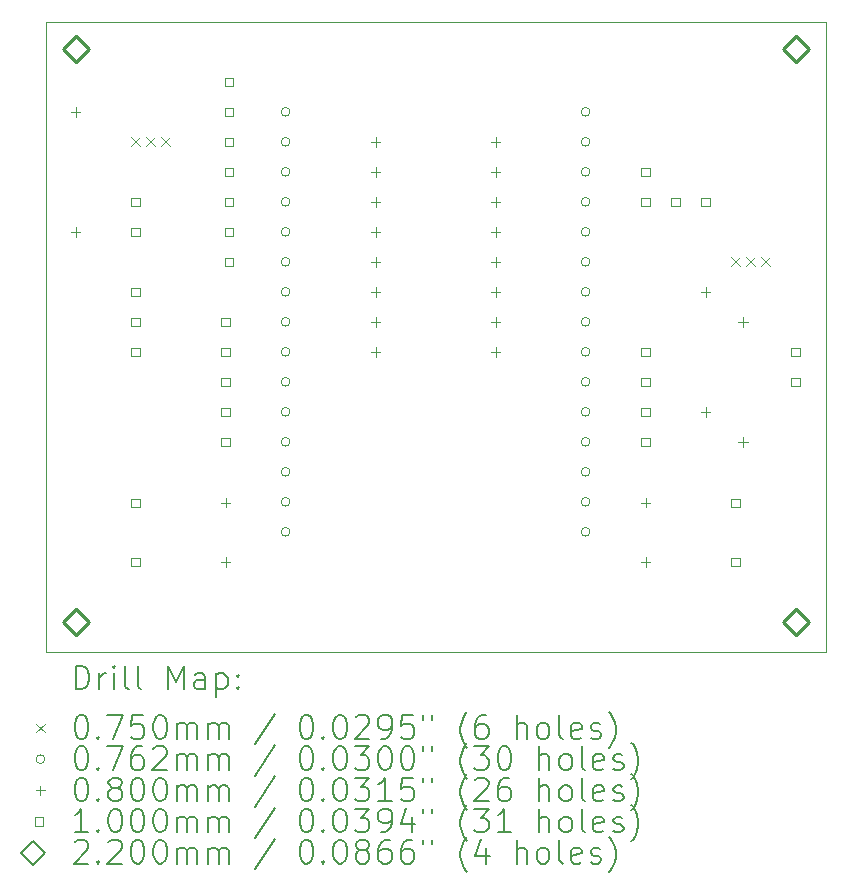
<source format=gbr>
%TF.GenerationSoftware,KiCad,Pcbnew,8.0.7*%
%TF.CreationDate,2024-12-29T17:01:10+01:00*%
%TF.ProjectId,ESP32ScoringDeviceV1.1,45535033-3253-4636-9f72-696e67446576,1.1*%
%TF.SameCoordinates,Original*%
%TF.FileFunction,Drillmap*%
%TF.FilePolarity,Positive*%
%FSLAX45Y45*%
G04 Gerber Fmt 4.5, Leading zero omitted, Abs format (unit mm)*
G04 Created by KiCad (PCBNEW 8.0.7) date 2024-12-29 17:01:10*
%MOMM*%
%LPD*%
G01*
G04 APERTURE LIST*
%ADD10C,0.100000*%
%ADD11C,0.200000*%
%ADD12C,0.220000*%
G04 APERTURE END LIST*
D10*
X14478000Y-13208000D02*
X7874000Y-13208000D01*
X7874000Y-7874000D01*
X14478000Y-7874000D01*
X14478000Y-13208000D01*
D11*
D10*
X8598500Y-8852500D02*
X8673500Y-8927500D01*
X8673500Y-8852500D02*
X8598500Y-8927500D01*
X8725500Y-8852500D02*
X8800500Y-8927500D01*
X8800500Y-8852500D02*
X8725500Y-8927500D01*
X8852500Y-8852500D02*
X8927500Y-8927500D01*
X8927500Y-8852500D02*
X8852500Y-8927500D01*
X13678500Y-9868500D02*
X13753500Y-9943500D01*
X13753500Y-9868500D02*
X13678500Y-9943500D01*
X13805500Y-9868500D02*
X13880500Y-9943500D01*
X13880500Y-9868500D02*
X13805500Y-9943500D01*
X13932500Y-9868500D02*
X14007500Y-9943500D01*
X14007500Y-9868500D02*
X13932500Y-9943500D01*
X9944100Y-8636000D02*
G75*
G02*
X9867900Y-8636000I-38100J0D01*
G01*
X9867900Y-8636000D02*
G75*
G02*
X9944100Y-8636000I38100J0D01*
G01*
X9944100Y-8890000D02*
G75*
G02*
X9867900Y-8890000I-38100J0D01*
G01*
X9867900Y-8890000D02*
G75*
G02*
X9944100Y-8890000I38100J0D01*
G01*
X9944100Y-9144000D02*
G75*
G02*
X9867900Y-9144000I-38100J0D01*
G01*
X9867900Y-9144000D02*
G75*
G02*
X9944100Y-9144000I38100J0D01*
G01*
X9944100Y-9398000D02*
G75*
G02*
X9867900Y-9398000I-38100J0D01*
G01*
X9867900Y-9398000D02*
G75*
G02*
X9944100Y-9398000I38100J0D01*
G01*
X9944100Y-9652000D02*
G75*
G02*
X9867900Y-9652000I-38100J0D01*
G01*
X9867900Y-9652000D02*
G75*
G02*
X9944100Y-9652000I38100J0D01*
G01*
X9944100Y-9906000D02*
G75*
G02*
X9867900Y-9906000I-38100J0D01*
G01*
X9867900Y-9906000D02*
G75*
G02*
X9944100Y-9906000I38100J0D01*
G01*
X9944100Y-10160000D02*
G75*
G02*
X9867900Y-10160000I-38100J0D01*
G01*
X9867900Y-10160000D02*
G75*
G02*
X9944100Y-10160000I38100J0D01*
G01*
X9944100Y-10414000D02*
G75*
G02*
X9867900Y-10414000I-38100J0D01*
G01*
X9867900Y-10414000D02*
G75*
G02*
X9944100Y-10414000I38100J0D01*
G01*
X9944100Y-10668000D02*
G75*
G02*
X9867900Y-10668000I-38100J0D01*
G01*
X9867900Y-10668000D02*
G75*
G02*
X9944100Y-10668000I38100J0D01*
G01*
X9944100Y-10922000D02*
G75*
G02*
X9867900Y-10922000I-38100J0D01*
G01*
X9867900Y-10922000D02*
G75*
G02*
X9944100Y-10922000I38100J0D01*
G01*
X9944100Y-11176000D02*
G75*
G02*
X9867900Y-11176000I-38100J0D01*
G01*
X9867900Y-11176000D02*
G75*
G02*
X9944100Y-11176000I38100J0D01*
G01*
X9944100Y-11430000D02*
G75*
G02*
X9867900Y-11430000I-38100J0D01*
G01*
X9867900Y-11430000D02*
G75*
G02*
X9944100Y-11430000I38100J0D01*
G01*
X9944100Y-11684000D02*
G75*
G02*
X9867900Y-11684000I-38100J0D01*
G01*
X9867900Y-11684000D02*
G75*
G02*
X9944100Y-11684000I38100J0D01*
G01*
X9944100Y-11938000D02*
G75*
G02*
X9867900Y-11938000I-38100J0D01*
G01*
X9867900Y-11938000D02*
G75*
G02*
X9944100Y-11938000I38100J0D01*
G01*
X9944100Y-12192000D02*
G75*
G02*
X9867900Y-12192000I-38100J0D01*
G01*
X9867900Y-12192000D02*
G75*
G02*
X9944100Y-12192000I38100J0D01*
G01*
X12484100Y-8636000D02*
G75*
G02*
X12407900Y-8636000I-38100J0D01*
G01*
X12407900Y-8636000D02*
G75*
G02*
X12484100Y-8636000I38100J0D01*
G01*
X12484100Y-8890000D02*
G75*
G02*
X12407900Y-8890000I-38100J0D01*
G01*
X12407900Y-8890000D02*
G75*
G02*
X12484100Y-8890000I38100J0D01*
G01*
X12484100Y-9144000D02*
G75*
G02*
X12407900Y-9144000I-38100J0D01*
G01*
X12407900Y-9144000D02*
G75*
G02*
X12484100Y-9144000I38100J0D01*
G01*
X12484100Y-9398000D02*
G75*
G02*
X12407900Y-9398000I-38100J0D01*
G01*
X12407900Y-9398000D02*
G75*
G02*
X12484100Y-9398000I38100J0D01*
G01*
X12484100Y-9652000D02*
G75*
G02*
X12407900Y-9652000I-38100J0D01*
G01*
X12407900Y-9652000D02*
G75*
G02*
X12484100Y-9652000I38100J0D01*
G01*
X12484100Y-9906000D02*
G75*
G02*
X12407900Y-9906000I-38100J0D01*
G01*
X12407900Y-9906000D02*
G75*
G02*
X12484100Y-9906000I38100J0D01*
G01*
X12484100Y-10160000D02*
G75*
G02*
X12407900Y-10160000I-38100J0D01*
G01*
X12407900Y-10160000D02*
G75*
G02*
X12484100Y-10160000I38100J0D01*
G01*
X12484100Y-10414000D02*
G75*
G02*
X12407900Y-10414000I-38100J0D01*
G01*
X12407900Y-10414000D02*
G75*
G02*
X12484100Y-10414000I38100J0D01*
G01*
X12484100Y-10668000D02*
G75*
G02*
X12407900Y-10668000I-38100J0D01*
G01*
X12407900Y-10668000D02*
G75*
G02*
X12484100Y-10668000I38100J0D01*
G01*
X12484100Y-10922000D02*
G75*
G02*
X12407900Y-10922000I-38100J0D01*
G01*
X12407900Y-10922000D02*
G75*
G02*
X12484100Y-10922000I38100J0D01*
G01*
X12484100Y-11176000D02*
G75*
G02*
X12407900Y-11176000I-38100J0D01*
G01*
X12407900Y-11176000D02*
G75*
G02*
X12484100Y-11176000I38100J0D01*
G01*
X12484100Y-11430000D02*
G75*
G02*
X12407900Y-11430000I-38100J0D01*
G01*
X12407900Y-11430000D02*
G75*
G02*
X12484100Y-11430000I38100J0D01*
G01*
X12484100Y-11684000D02*
G75*
G02*
X12407900Y-11684000I-38100J0D01*
G01*
X12407900Y-11684000D02*
G75*
G02*
X12484100Y-11684000I38100J0D01*
G01*
X12484100Y-11938000D02*
G75*
G02*
X12407900Y-11938000I-38100J0D01*
G01*
X12407900Y-11938000D02*
G75*
G02*
X12484100Y-11938000I38100J0D01*
G01*
X12484100Y-12192000D02*
G75*
G02*
X12407900Y-12192000I-38100J0D01*
G01*
X12407900Y-12192000D02*
G75*
G02*
X12484100Y-12192000I38100J0D01*
G01*
X8128000Y-8596000D02*
X8128000Y-8676000D01*
X8088000Y-8636000D02*
X8168000Y-8636000D01*
X8128000Y-9612000D02*
X8128000Y-9692000D01*
X8088000Y-9652000D02*
X8168000Y-9652000D01*
X9398000Y-11906000D02*
X9398000Y-11986000D01*
X9358000Y-11946000D02*
X9438000Y-11946000D01*
X9398000Y-12406000D02*
X9398000Y-12486000D01*
X9358000Y-12446000D02*
X9438000Y-12446000D01*
X10668000Y-8850000D02*
X10668000Y-8930000D01*
X10628000Y-8890000D02*
X10708000Y-8890000D01*
X10668000Y-9104000D02*
X10668000Y-9184000D01*
X10628000Y-9144000D02*
X10708000Y-9144000D01*
X10668000Y-9358000D02*
X10668000Y-9438000D01*
X10628000Y-9398000D02*
X10708000Y-9398000D01*
X10668000Y-9612000D02*
X10668000Y-9692000D01*
X10628000Y-9652000D02*
X10708000Y-9652000D01*
X10668000Y-9866000D02*
X10668000Y-9946000D01*
X10628000Y-9906000D02*
X10708000Y-9906000D01*
X10668000Y-10120000D02*
X10668000Y-10200000D01*
X10628000Y-10160000D02*
X10708000Y-10160000D01*
X10668000Y-10374000D02*
X10668000Y-10454000D01*
X10628000Y-10414000D02*
X10708000Y-10414000D01*
X10668000Y-10628000D02*
X10668000Y-10708000D01*
X10628000Y-10668000D02*
X10708000Y-10668000D01*
X11684000Y-8850000D02*
X11684000Y-8930000D01*
X11644000Y-8890000D02*
X11724000Y-8890000D01*
X11684000Y-9104000D02*
X11684000Y-9184000D01*
X11644000Y-9144000D02*
X11724000Y-9144000D01*
X11684000Y-9358000D02*
X11684000Y-9438000D01*
X11644000Y-9398000D02*
X11724000Y-9398000D01*
X11684000Y-9612000D02*
X11684000Y-9692000D01*
X11644000Y-9652000D02*
X11724000Y-9652000D01*
X11684000Y-9866000D02*
X11684000Y-9946000D01*
X11644000Y-9906000D02*
X11724000Y-9906000D01*
X11684000Y-10120000D02*
X11684000Y-10200000D01*
X11644000Y-10160000D02*
X11724000Y-10160000D01*
X11684000Y-10374000D02*
X11684000Y-10454000D01*
X11644000Y-10414000D02*
X11724000Y-10414000D01*
X11684000Y-10628000D02*
X11684000Y-10708000D01*
X11644000Y-10668000D02*
X11724000Y-10668000D01*
X12954000Y-11906000D02*
X12954000Y-11986000D01*
X12914000Y-11946000D02*
X12994000Y-11946000D01*
X12954000Y-12406000D02*
X12954000Y-12486000D01*
X12914000Y-12446000D02*
X12994000Y-12446000D01*
X13462000Y-10120000D02*
X13462000Y-10200000D01*
X13422000Y-10160000D02*
X13502000Y-10160000D01*
X13462000Y-11136000D02*
X13462000Y-11216000D01*
X13422000Y-11176000D02*
X13502000Y-11176000D01*
X13778000Y-10374000D02*
X13778000Y-10454000D01*
X13738000Y-10414000D02*
X13818000Y-10414000D01*
X13778000Y-11390000D02*
X13778000Y-11470000D01*
X13738000Y-11430000D02*
X13818000Y-11430000D01*
X8671356Y-9433356D02*
X8671356Y-9362644D01*
X8600644Y-9362644D01*
X8600644Y-9433356D01*
X8671356Y-9433356D01*
X8671356Y-9687356D02*
X8671356Y-9616644D01*
X8600644Y-9616644D01*
X8600644Y-9687356D01*
X8671356Y-9687356D01*
X8671356Y-10195356D02*
X8671356Y-10124644D01*
X8600644Y-10124644D01*
X8600644Y-10195356D01*
X8671356Y-10195356D01*
X8671356Y-10449356D02*
X8671356Y-10378644D01*
X8600644Y-10378644D01*
X8600644Y-10449356D01*
X8671356Y-10449356D01*
X8671356Y-10703356D02*
X8671356Y-10632644D01*
X8600644Y-10632644D01*
X8600644Y-10703356D01*
X8671356Y-10703356D01*
X8671356Y-11981356D02*
X8671356Y-11910644D01*
X8600644Y-11910644D01*
X8600644Y-11981356D01*
X8671356Y-11981356D01*
X8671356Y-12481356D02*
X8671356Y-12410644D01*
X8600644Y-12410644D01*
X8600644Y-12481356D01*
X8671356Y-12481356D01*
X9433356Y-10449356D02*
X9433356Y-10378644D01*
X9362644Y-10378644D01*
X9362644Y-10449356D01*
X9433356Y-10449356D01*
X9433356Y-10703356D02*
X9433356Y-10632644D01*
X9362644Y-10632644D01*
X9362644Y-10703356D01*
X9433356Y-10703356D01*
X9433356Y-10957356D02*
X9433356Y-10886644D01*
X9362644Y-10886644D01*
X9362644Y-10957356D01*
X9433356Y-10957356D01*
X9433356Y-11211356D02*
X9433356Y-11140644D01*
X9362644Y-11140644D01*
X9362644Y-11211356D01*
X9433356Y-11211356D01*
X9433356Y-11465356D02*
X9433356Y-11394644D01*
X9362644Y-11394644D01*
X9362644Y-11465356D01*
X9433356Y-11465356D01*
X9463356Y-8417856D02*
X9463356Y-8347144D01*
X9392644Y-8347144D01*
X9392644Y-8417856D01*
X9463356Y-8417856D01*
X9463356Y-8671856D02*
X9463356Y-8601144D01*
X9392644Y-8601144D01*
X9392644Y-8671856D01*
X9463356Y-8671856D01*
X9463356Y-8925856D02*
X9463356Y-8855144D01*
X9392644Y-8855144D01*
X9392644Y-8925856D01*
X9463356Y-8925856D01*
X9463356Y-9179856D02*
X9463356Y-9109144D01*
X9392644Y-9109144D01*
X9392644Y-9179856D01*
X9463356Y-9179856D01*
X9463356Y-9433856D02*
X9463356Y-9363144D01*
X9392644Y-9363144D01*
X9392644Y-9433856D01*
X9463356Y-9433856D01*
X9463356Y-9687856D02*
X9463356Y-9617144D01*
X9392644Y-9617144D01*
X9392644Y-9687856D01*
X9463356Y-9687856D01*
X9463356Y-9941856D02*
X9463356Y-9871144D01*
X9392644Y-9871144D01*
X9392644Y-9941856D01*
X9463356Y-9941856D01*
X12989356Y-9179356D02*
X12989356Y-9108644D01*
X12918644Y-9108644D01*
X12918644Y-9179356D01*
X12989356Y-9179356D01*
X12989356Y-9433356D02*
X12989356Y-9362644D01*
X12918644Y-9362644D01*
X12918644Y-9433356D01*
X12989356Y-9433356D01*
X12989356Y-10703356D02*
X12989356Y-10632644D01*
X12918644Y-10632644D01*
X12918644Y-10703356D01*
X12989356Y-10703356D01*
X12989356Y-10957356D02*
X12989356Y-10886644D01*
X12918644Y-10886644D01*
X12918644Y-10957356D01*
X12989356Y-10957356D01*
X12989356Y-11211356D02*
X12989356Y-11140644D01*
X12918644Y-11140644D01*
X12918644Y-11211356D01*
X12989356Y-11211356D01*
X12989356Y-11465356D02*
X12989356Y-11394644D01*
X12918644Y-11394644D01*
X12918644Y-11465356D01*
X12989356Y-11465356D01*
X13243356Y-9433356D02*
X13243356Y-9362644D01*
X13172644Y-9362644D01*
X13172644Y-9433356D01*
X13243356Y-9433356D01*
X13497356Y-9433356D02*
X13497356Y-9362644D01*
X13426644Y-9362644D01*
X13426644Y-9433356D01*
X13497356Y-9433356D01*
X13751356Y-11981356D02*
X13751356Y-11910644D01*
X13680644Y-11910644D01*
X13680644Y-11981356D01*
X13751356Y-11981356D01*
X13751356Y-12481356D02*
X13751356Y-12410644D01*
X13680644Y-12410644D01*
X13680644Y-12481356D01*
X13751356Y-12481356D01*
X14259356Y-10703356D02*
X14259356Y-10632644D01*
X14188644Y-10632644D01*
X14188644Y-10703356D01*
X14259356Y-10703356D01*
X14259356Y-10957356D02*
X14259356Y-10886644D01*
X14188644Y-10886644D01*
X14188644Y-10957356D01*
X14259356Y-10957356D01*
D12*
X8128000Y-8214000D02*
X8238000Y-8104000D01*
X8128000Y-7994000D01*
X8018000Y-8104000D01*
X8128000Y-8214000D01*
X8128000Y-13064000D02*
X8238000Y-12954000D01*
X8128000Y-12844000D01*
X8018000Y-12954000D01*
X8128000Y-13064000D01*
X14228000Y-8214000D02*
X14338000Y-8104000D01*
X14228000Y-7994000D01*
X14118000Y-8104000D01*
X14228000Y-8214000D01*
X14228000Y-13064000D02*
X14338000Y-12954000D01*
X14228000Y-12844000D01*
X14118000Y-12954000D01*
X14228000Y-13064000D01*
D11*
X8129777Y-13524484D02*
X8129777Y-13324484D01*
X8129777Y-13324484D02*
X8177396Y-13324484D01*
X8177396Y-13324484D02*
X8205967Y-13334008D01*
X8205967Y-13334008D02*
X8225015Y-13353055D01*
X8225015Y-13353055D02*
X8234539Y-13372103D01*
X8234539Y-13372103D02*
X8244062Y-13410198D01*
X8244062Y-13410198D02*
X8244062Y-13438769D01*
X8244062Y-13438769D02*
X8234539Y-13476865D01*
X8234539Y-13476865D02*
X8225015Y-13495912D01*
X8225015Y-13495912D02*
X8205967Y-13514960D01*
X8205967Y-13514960D02*
X8177396Y-13524484D01*
X8177396Y-13524484D02*
X8129777Y-13524484D01*
X8329777Y-13524484D02*
X8329777Y-13391150D01*
X8329777Y-13429246D02*
X8339301Y-13410198D01*
X8339301Y-13410198D02*
X8348824Y-13400674D01*
X8348824Y-13400674D02*
X8367872Y-13391150D01*
X8367872Y-13391150D02*
X8386920Y-13391150D01*
X8453586Y-13524484D02*
X8453586Y-13391150D01*
X8453586Y-13324484D02*
X8444063Y-13334008D01*
X8444063Y-13334008D02*
X8453586Y-13343531D01*
X8453586Y-13343531D02*
X8463110Y-13334008D01*
X8463110Y-13334008D02*
X8453586Y-13324484D01*
X8453586Y-13324484D02*
X8453586Y-13343531D01*
X8577396Y-13524484D02*
X8558348Y-13514960D01*
X8558348Y-13514960D02*
X8548824Y-13495912D01*
X8548824Y-13495912D02*
X8548824Y-13324484D01*
X8682158Y-13524484D02*
X8663110Y-13514960D01*
X8663110Y-13514960D02*
X8653586Y-13495912D01*
X8653586Y-13495912D02*
X8653586Y-13324484D01*
X8910729Y-13524484D02*
X8910729Y-13324484D01*
X8910729Y-13324484D02*
X8977396Y-13467341D01*
X8977396Y-13467341D02*
X9044063Y-13324484D01*
X9044063Y-13324484D02*
X9044063Y-13524484D01*
X9225015Y-13524484D02*
X9225015Y-13419722D01*
X9225015Y-13419722D02*
X9215491Y-13400674D01*
X9215491Y-13400674D02*
X9196444Y-13391150D01*
X9196444Y-13391150D02*
X9158348Y-13391150D01*
X9158348Y-13391150D02*
X9139301Y-13400674D01*
X9225015Y-13514960D02*
X9205967Y-13524484D01*
X9205967Y-13524484D02*
X9158348Y-13524484D01*
X9158348Y-13524484D02*
X9139301Y-13514960D01*
X9139301Y-13514960D02*
X9129777Y-13495912D01*
X9129777Y-13495912D02*
X9129777Y-13476865D01*
X9129777Y-13476865D02*
X9139301Y-13457817D01*
X9139301Y-13457817D02*
X9158348Y-13448293D01*
X9158348Y-13448293D02*
X9205967Y-13448293D01*
X9205967Y-13448293D02*
X9225015Y-13438769D01*
X9320253Y-13391150D02*
X9320253Y-13591150D01*
X9320253Y-13400674D02*
X9339301Y-13391150D01*
X9339301Y-13391150D02*
X9377396Y-13391150D01*
X9377396Y-13391150D02*
X9396444Y-13400674D01*
X9396444Y-13400674D02*
X9405967Y-13410198D01*
X9405967Y-13410198D02*
X9415491Y-13429246D01*
X9415491Y-13429246D02*
X9415491Y-13486388D01*
X9415491Y-13486388D02*
X9405967Y-13505436D01*
X9405967Y-13505436D02*
X9396444Y-13514960D01*
X9396444Y-13514960D02*
X9377396Y-13524484D01*
X9377396Y-13524484D02*
X9339301Y-13524484D01*
X9339301Y-13524484D02*
X9320253Y-13514960D01*
X9501205Y-13505436D02*
X9510729Y-13514960D01*
X9510729Y-13514960D02*
X9501205Y-13524484D01*
X9501205Y-13524484D02*
X9491682Y-13514960D01*
X9491682Y-13514960D02*
X9501205Y-13505436D01*
X9501205Y-13505436D02*
X9501205Y-13524484D01*
X9501205Y-13400674D02*
X9510729Y-13410198D01*
X9510729Y-13410198D02*
X9501205Y-13419722D01*
X9501205Y-13419722D02*
X9491682Y-13410198D01*
X9491682Y-13410198D02*
X9501205Y-13400674D01*
X9501205Y-13400674D02*
X9501205Y-13419722D01*
D10*
X7794000Y-13815500D02*
X7869000Y-13890500D01*
X7869000Y-13815500D02*
X7794000Y-13890500D01*
D11*
X8167872Y-13744484D02*
X8186920Y-13744484D01*
X8186920Y-13744484D02*
X8205967Y-13754008D01*
X8205967Y-13754008D02*
X8215491Y-13763531D01*
X8215491Y-13763531D02*
X8225015Y-13782579D01*
X8225015Y-13782579D02*
X8234539Y-13820674D01*
X8234539Y-13820674D02*
X8234539Y-13868293D01*
X8234539Y-13868293D02*
X8225015Y-13906388D01*
X8225015Y-13906388D02*
X8215491Y-13925436D01*
X8215491Y-13925436D02*
X8205967Y-13934960D01*
X8205967Y-13934960D02*
X8186920Y-13944484D01*
X8186920Y-13944484D02*
X8167872Y-13944484D01*
X8167872Y-13944484D02*
X8148824Y-13934960D01*
X8148824Y-13934960D02*
X8139301Y-13925436D01*
X8139301Y-13925436D02*
X8129777Y-13906388D01*
X8129777Y-13906388D02*
X8120253Y-13868293D01*
X8120253Y-13868293D02*
X8120253Y-13820674D01*
X8120253Y-13820674D02*
X8129777Y-13782579D01*
X8129777Y-13782579D02*
X8139301Y-13763531D01*
X8139301Y-13763531D02*
X8148824Y-13754008D01*
X8148824Y-13754008D02*
X8167872Y-13744484D01*
X8320253Y-13925436D02*
X8329777Y-13934960D01*
X8329777Y-13934960D02*
X8320253Y-13944484D01*
X8320253Y-13944484D02*
X8310729Y-13934960D01*
X8310729Y-13934960D02*
X8320253Y-13925436D01*
X8320253Y-13925436D02*
X8320253Y-13944484D01*
X8396444Y-13744484D02*
X8529777Y-13744484D01*
X8529777Y-13744484D02*
X8444063Y-13944484D01*
X8701205Y-13744484D02*
X8605967Y-13744484D01*
X8605967Y-13744484D02*
X8596444Y-13839722D01*
X8596444Y-13839722D02*
X8605967Y-13830198D01*
X8605967Y-13830198D02*
X8625015Y-13820674D01*
X8625015Y-13820674D02*
X8672634Y-13820674D01*
X8672634Y-13820674D02*
X8691682Y-13830198D01*
X8691682Y-13830198D02*
X8701205Y-13839722D01*
X8701205Y-13839722D02*
X8710729Y-13858769D01*
X8710729Y-13858769D02*
X8710729Y-13906388D01*
X8710729Y-13906388D02*
X8701205Y-13925436D01*
X8701205Y-13925436D02*
X8691682Y-13934960D01*
X8691682Y-13934960D02*
X8672634Y-13944484D01*
X8672634Y-13944484D02*
X8625015Y-13944484D01*
X8625015Y-13944484D02*
X8605967Y-13934960D01*
X8605967Y-13934960D02*
X8596444Y-13925436D01*
X8834539Y-13744484D02*
X8853586Y-13744484D01*
X8853586Y-13744484D02*
X8872634Y-13754008D01*
X8872634Y-13754008D02*
X8882158Y-13763531D01*
X8882158Y-13763531D02*
X8891682Y-13782579D01*
X8891682Y-13782579D02*
X8901205Y-13820674D01*
X8901205Y-13820674D02*
X8901205Y-13868293D01*
X8901205Y-13868293D02*
X8891682Y-13906388D01*
X8891682Y-13906388D02*
X8882158Y-13925436D01*
X8882158Y-13925436D02*
X8872634Y-13934960D01*
X8872634Y-13934960D02*
X8853586Y-13944484D01*
X8853586Y-13944484D02*
X8834539Y-13944484D01*
X8834539Y-13944484D02*
X8815491Y-13934960D01*
X8815491Y-13934960D02*
X8805967Y-13925436D01*
X8805967Y-13925436D02*
X8796444Y-13906388D01*
X8796444Y-13906388D02*
X8786920Y-13868293D01*
X8786920Y-13868293D02*
X8786920Y-13820674D01*
X8786920Y-13820674D02*
X8796444Y-13782579D01*
X8796444Y-13782579D02*
X8805967Y-13763531D01*
X8805967Y-13763531D02*
X8815491Y-13754008D01*
X8815491Y-13754008D02*
X8834539Y-13744484D01*
X8986920Y-13944484D02*
X8986920Y-13811150D01*
X8986920Y-13830198D02*
X8996444Y-13820674D01*
X8996444Y-13820674D02*
X9015491Y-13811150D01*
X9015491Y-13811150D02*
X9044063Y-13811150D01*
X9044063Y-13811150D02*
X9063110Y-13820674D01*
X9063110Y-13820674D02*
X9072634Y-13839722D01*
X9072634Y-13839722D02*
X9072634Y-13944484D01*
X9072634Y-13839722D02*
X9082158Y-13820674D01*
X9082158Y-13820674D02*
X9101205Y-13811150D01*
X9101205Y-13811150D02*
X9129777Y-13811150D01*
X9129777Y-13811150D02*
X9148825Y-13820674D01*
X9148825Y-13820674D02*
X9158348Y-13839722D01*
X9158348Y-13839722D02*
X9158348Y-13944484D01*
X9253586Y-13944484D02*
X9253586Y-13811150D01*
X9253586Y-13830198D02*
X9263110Y-13820674D01*
X9263110Y-13820674D02*
X9282158Y-13811150D01*
X9282158Y-13811150D02*
X9310729Y-13811150D01*
X9310729Y-13811150D02*
X9329777Y-13820674D01*
X9329777Y-13820674D02*
X9339301Y-13839722D01*
X9339301Y-13839722D02*
X9339301Y-13944484D01*
X9339301Y-13839722D02*
X9348825Y-13820674D01*
X9348825Y-13820674D02*
X9367872Y-13811150D01*
X9367872Y-13811150D02*
X9396444Y-13811150D01*
X9396444Y-13811150D02*
X9415491Y-13820674D01*
X9415491Y-13820674D02*
X9425015Y-13839722D01*
X9425015Y-13839722D02*
X9425015Y-13944484D01*
X9815491Y-13734960D02*
X9644063Y-13992103D01*
X10072634Y-13744484D02*
X10091682Y-13744484D01*
X10091682Y-13744484D02*
X10110729Y-13754008D01*
X10110729Y-13754008D02*
X10120253Y-13763531D01*
X10120253Y-13763531D02*
X10129777Y-13782579D01*
X10129777Y-13782579D02*
X10139301Y-13820674D01*
X10139301Y-13820674D02*
X10139301Y-13868293D01*
X10139301Y-13868293D02*
X10129777Y-13906388D01*
X10129777Y-13906388D02*
X10120253Y-13925436D01*
X10120253Y-13925436D02*
X10110729Y-13934960D01*
X10110729Y-13934960D02*
X10091682Y-13944484D01*
X10091682Y-13944484D02*
X10072634Y-13944484D01*
X10072634Y-13944484D02*
X10053587Y-13934960D01*
X10053587Y-13934960D02*
X10044063Y-13925436D01*
X10044063Y-13925436D02*
X10034539Y-13906388D01*
X10034539Y-13906388D02*
X10025015Y-13868293D01*
X10025015Y-13868293D02*
X10025015Y-13820674D01*
X10025015Y-13820674D02*
X10034539Y-13782579D01*
X10034539Y-13782579D02*
X10044063Y-13763531D01*
X10044063Y-13763531D02*
X10053587Y-13754008D01*
X10053587Y-13754008D02*
X10072634Y-13744484D01*
X10225015Y-13925436D02*
X10234539Y-13934960D01*
X10234539Y-13934960D02*
X10225015Y-13944484D01*
X10225015Y-13944484D02*
X10215491Y-13934960D01*
X10215491Y-13934960D02*
X10225015Y-13925436D01*
X10225015Y-13925436D02*
X10225015Y-13944484D01*
X10358348Y-13744484D02*
X10377396Y-13744484D01*
X10377396Y-13744484D02*
X10396444Y-13754008D01*
X10396444Y-13754008D02*
X10405968Y-13763531D01*
X10405968Y-13763531D02*
X10415491Y-13782579D01*
X10415491Y-13782579D02*
X10425015Y-13820674D01*
X10425015Y-13820674D02*
X10425015Y-13868293D01*
X10425015Y-13868293D02*
X10415491Y-13906388D01*
X10415491Y-13906388D02*
X10405968Y-13925436D01*
X10405968Y-13925436D02*
X10396444Y-13934960D01*
X10396444Y-13934960D02*
X10377396Y-13944484D01*
X10377396Y-13944484D02*
X10358348Y-13944484D01*
X10358348Y-13944484D02*
X10339301Y-13934960D01*
X10339301Y-13934960D02*
X10329777Y-13925436D01*
X10329777Y-13925436D02*
X10320253Y-13906388D01*
X10320253Y-13906388D02*
X10310729Y-13868293D01*
X10310729Y-13868293D02*
X10310729Y-13820674D01*
X10310729Y-13820674D02*
X10320253Y-13782579D01*
X10320253Y-13782579D02*
X10329777Y-13763531D01*
X10329777Y-13763531D02*
X10339301Y-13754008D01*
X10339301Y-13754008D02*
X10358348Y-13744484D01*
X10501206Y-13763531D02*
X10510729Y-13754008D01*
X10510729Y-13754008D02*
X10529777Y-13744484D01*
X10529777Y-13744484D02*
X10577396Y-13744484D01*
X10577396Y-13744484D02*
X10596444Y-13754008D01*
X10596444Y-13754008D02*
X10605968Y-13763531D01*
X10605968Y-13763531D02*
X10615491Y-13782579D01*
X10615491Y-13782579D02*
X10615491Y-13801627D01*
X10615491Y-13801627D02*
X10605968Y-13830198D01*
X10605968Y-13830198D02*
X10491682Y-13944484D01*
X10491682Y-13944484D02*
X10615491Y-13944484D01*
X10710729Y-13944484D02*
X10748825Y-13944484D01*
X10748825Y-13944484D02*
X10767872Y-13934960D01*
X10767872Y-13934960D02*
X10777396Y-13925436D01*
X10777396Y-13925436D02*
X10796444Y-13896865D01*
X10796444Y-13896865D02*
X10805968Y-13858769D01*
X10805968Y-13858769D02*
X10805968Y-13782579D01*
X10805968Y-13782579D02*
X10796444Y-13763531D01*
X10796444Y-13763531D02*
X10786920Y-13754008D01*
X10786920Y-13754008D02*
X10767872Y-13744484D01*
X10767872Y-13744484D02*
X10729777Y-13744484D01*
X10729777Y-13744484D02*
X10710729Y-13754008D01*
X10710729Y-13754008D02*
X10701206Y-13763531D01*
X10701206Y-13763531D02*
X10691682Y-13782579D01*
X10691682Y-13782579D02*
X10691682Y-13830198D01*
X10691682Y-13830198D02*
X10701206Y-13849246D01*
X10701206Y-13849246D02*
X10710729Y-13858769D01*
X10710729Y-13858769D02*
X10729777Y-13868293D01*
X10729777Y-13868293D02*
X10767872Y-13868293D01*
X10767872Y-13868293D02*
X10786920Y-13858769D01*
X10786920Y-13858769D02*
X10796444Y-13849246D01*
X10796444Y-13849246D02*
X10805968Y-13830198D01*
X10986920Y-13744484D02*
X10891682Y-13744484D01*
X10891682Y-13744484D02*
X10882158Y-13839722D01*
X10882158Y-13839722D02*
X10891682Y-13830198D01*
X10891682Y-13830198D02*
X10910729Y-13820674D01*
X10910729Y-13820674D02*
X10958349Y-13820674D01*
X10958349Y-13820674D02*
X10977396Y-13830198D01*
X10977396Y-13830198D02*
X10986920Y-13839722D01*
X10986920Y-13839722D02*
X10996444Y-13858769D01*
X10996444Y-13858769D02*
X10996444Y-13906388D01*
X10996444Y-13906388D02*
X10986920Y-13925436D01*
X10986920Y-13925436D02*
X10977396Y-13934960D01*
X10977396Y-13934960D02*
X10958349Y-13944484D01*
X10958349Y-13944484D02*
X10910729Y-13944484D01*
X10910729Y-13944484D02*
X10891682Y-13934960D01*
X10891682Y-13934960D02*
X10882158Y-13925436D01*
X11072634Y-13744484D02*
X11072634Y-13782579D01*
X11148825Y-13744484D02*
X11148825Y-13782579D01*
X11444063Y-14020674D02*
X11434539Y-14011150D01*
X11434539Y-14011150D02*
X11415491Y-13982579D01*
X11415491Y-13982579D02*
X11405968Y-13963531D01*
X11405968Y-13963531D02*
X11396444Y-13934960D01*
X11396444Y-13934960D02*
X11386920Y-13887341D01*
X11386920Y-13887341D02*
X11386920Y-13849246D01*
X11386920Y-13849246D02*
X11396444Y-13801627D01*
X11396444Y-13801627D02*
X11405968Y-13773055D01*
X11405968Y-13773055D02*
X11415491Y-13754008D01*
X11415491Y-13754008D02*
X11434539Y-13725436D01*
X11434539Y-13725436D02*
X11444063Y-13715912D01*
X11605968Y-13744484D02*
X11567872Y-13744484D01*
X11567872Y-13744484D02*
X11548825Y-13754008D01*
X11548825Y-13754008D02*
X11539301Y-13763531D01*
X11539301Y-13763531D02*
X11520253Y-13792103D01*
X11520253Y-13792103D02*
X11510729Y-13830198D01*
X11510729Y-13830198D02*
X11510729Y-13906388D01*
X11510729Y-13906388D02*
X11520253Y-13925436D01*
X11520253Y-13925436D02*
X11529777Y-13934960D01*
X11529777Y-13934960D02*
X11548825Y-13944484D01*
X11548825Y-13944484D02*
X11586920Y-13944484D01*
X11586920Y-13944484D02*
X11605968Y-13934960D01*
X11605968Y-13934960D02*
X11615491Y-13925436D01*
X11615491Y-13925436D02*
X11625015Y-13906388D01*
X11625015Y-13906388D02*
X11625015Y-13858769D01*
X11625015Y-13858769D02*
X11615491Y-13839722D01*
X11615491Y-13839722D02*
X11605968Y-13830198D01*
X11605968Y-13830198D02*
X11586920Y-13820674D01*
X11586920Y-13820674D02*
X11548825Y-13820674D01*
X11548825Y-13820674D02*
X11529777Y-13830198D01*
X11529777Y-13830198D02*
X11520253Y-13839722D01*
X11520253Y-13839722D02*
X11510729Y-13858769D01*
X11863110Y-13944484D02*
X11863110Y-13744484D01*
X11948825Y-13944484D02*
X11948825Y-13839722D01*
X11948825Y-13839722D02*
X11939301Y-13820674D01*
X11939301Y-13820674D02*
X11920253Y-13811150D01*
X11920253Y-13811150D02*
X11891682Y-13811150D01*
X11891682Y-13811150D02*
X11872634Y-13820674D01*
X11872634Y-13820674D02*
X11863110Y-13830198D01*
X12072634Y-13944484D02*
X12053587Y-13934960D01*
X12053587Y-13934960D02*
X12044063Y-13925436D01*
X12044063Y-13925436D02*
X12034539Y-13906388D01*
X12034539Y-13906388D02*
X12034539Y-13849246D01*
X12034539Y-13849246D02*
X12044063Y-13830198D01*
X12044063Y-13830198D02*
X12053587Y-13820674D01*
X12053587Y-13820674D02*
X12072634Y-13811150D01*
X12072634Y-13811150D02*
X12101206Y-13811150D01*
X12101206Y-13811150D02*
X12120253Y-13820674D01*
X12120253Y-13820674D02*
X12129777Y-13830198D01*
X12129777Y-13830198D02*
X12139301Y-13849246D01*
X12139301Y-13849246D02*
X12139301Y-13906388D01*
X12139301Y-13906388D02*
X12129777Y-13925436D01*
X12129777Y-13925436D02*
X12120253Y-13934960D01*
X12120253Y-13934960D02*
X12101206Y-13944484D01*
X12101206Y-13944484D02*
X12072634Y-13944484D01*
X12253587Y-13944484D02*
X12234539Y-13934960D01*
X12234539Y-13934960D02*
X12225015Y-13915912D01*
X12225015Y-13915912D02*
X12225015Y-13744484D01*
X12405968Y-13934960D02*
X12386920Y-13944484D01*
X12386920Y-13944484D02*
X12348825Y-13944484D01*
X12348825Y-13944484D02*
X12329777Y-13934960D01*
X12329777Y-13934960D02*
X12320253Y-13915912D01*
X12320253Y-13915912D02*
X12320253Y-13839722D01*
X12320253Y-13839722D02*
X12329777Y-13820674D01*
X12329777Y-13820674D02*
X12348825Y-13811150D01*
X12348825Y-13811150D02*
X12386920Y-13811150D01*
X12386920Y-13811150D02*
X12405968Y-13820674D01*
X12405968Y-13820674D02*
X12415491Y-13839722D01*
X12415491Y-13839722D02*
X12415491Y-13858769D01*
X12415491Y-13858769D02*
X12320253Y-13877817D01*
X12491682Y-13934960D02*
X12510730Y-13944484D01*
X12510730Y-13944484D02*
X12548825Y-13944484D01*
X12548825Y-13944484D02*
X12567872Y-13934960D01*
X12567872Y-13934960D02*
X12577396Y-13915912D01*
X12577396Y-13915912D02*
X12577396Y-13906388D01*
X12577396Y-13906388D02*
X12567872Y-13887341D01*
X12567872Y-13887341D02*
X12548825Y-13877817D01*
X12548825Y-13877817D02*
X12520253Y-13877817D01*
X12520253Y-13877817D02*
X12501206Y-13868293D01*
X12501206Y-13868293D02*
X12491682Y-13849246D01*
X12491682Y-13849246D02*
X12491682Y-13839722D01*
X12491682Y-13839722D02*
X12501206Y-13820674D01*
X12501206Y-13820674D02*
X12520253Y-13811150D01*
X12520253Y-13811150D02*
X12548825Y-13811150D01*
X12548825Y-13811150D02*
X12567872Y-13820674D01*
X12644063Y-14020674D02*
X12653587Y-14011150D01*
X12653587Y-14011150D02*
X12672634Y-13982579D01*
X12672634Y-13982579D02*
X12682158Y-13963531D01*
X12682158Y-13963531D02*
X12691682Y-13934960D01*
X12691682Y-13934960D02*
X12701206Y-13887341D01*
X12701206Y-13887341D02*
X12701206Y-13849246D01*
X12701206Y-13849246D02*
X12691682Y-13801627D01*
X12691682Y-13801627D02*
X12682158Y-13773055D01*
X12682158Y-13773055D02*
X12672634Y-13754008D01*
X12672634Y-13754008D02*
X12653587Y-13725436D01*
X12653587Y-13725436D02*
X12644063Y-13715912D01*
D10*
X7869000Y-14117000D02*
G75*
G02*
X7792800Y-14117000I-38100J0D01*
G01*
X7792800Y-14117000D02*
G75*
G02*
X7869000Y-14117000I38100J0D01*
G01*
D11*
X8167872Y-14008484D02*
X8186920Y-14008484D01*
X8186920Y-14008484D02*
X8205967Y-14018008D01*
X8205967Y-14018008D02*
X8215491Y-14027531D01*
X8215491Y-14027531D02*
X8225015Y-14046579D01*
X8225015Y-14046579D02*
X8234539Y-14084674D01*
X8234539Y-14084674D02*
X8234539Y-14132293D01*
X8234539Y-14132293D02*
X8225015Y-14170388D01*
X8225015Y-14170388D02*
X8215491Y-14189436D01*
X8215491Y-14189436D02*
X8205967Y-14198960D01*
X8205967Y-14198960D02*
X8186920Y-14208484D01*
X8186920Y-14208484D02*
X8167872Y-14208484D01*
X8167872Y-14208484D02*
X8148824Y-14198960D01*
X8148824Y-14198960D02*
X8139301Y-14189436D01*
X8139301Y-14189436D02*
X8129777Y-14170388D01*
X8129777Y-14170388D02*
X8120253Y-14132293D01*
X8120253Y-14132293D02*
X8120253Y-14084674D01*
X8120253Y-14084674D02*
X8129777Y-14046579D01*
X8129777Y-14046579D02*
X8139301Y-14027531D01*
X8139301Y-14027531D02*
X8148824Y-14018008D01*
X8148824Y-14018008D02*
X8167872Y-14008484D01*
X8320253Y-14189436D02*
X8329777Y-14198960D01*
X8329777Y-14198960D02*
X8320253Y-14208484D01*
X8320253Y-14208484D02*
X8310729Y-14198960D01*
X8310729Y-14198960D02*
X8320253Y-14189436D01*
X8320253Y-14189436D02*
X8320253Y-14208484D01*
X8396444Y-14008484D02*
X8529777Y-14008484D01*
X8529777Y-14008484D02*
X8444063Y-14208484D01*
X8691682Y-14008484D02*
X8653586Y-14008484D01*
X8653586Y-14008484D02*
X8634539Y-14018008D01*
X8634539Y-14018008D02*
X8625015Y-14027531D01*
X8625015Y-14027531D02*
X8605967Y-14056103D01*
X8605967Y-14056103D02*
X8596444Y-14094198D01*
X8596444Y-14094198D02*
X8596444Y-14170388D01*
X8596444Y-14170388D02*
X8605967Y-14189436D01*
X8605967Y-14189436D02*
X8615491Y-14198960D01*
X8615491Y-14198960D02*
X8634539Y-14208484D01*
X8634539Y-14208484D02*
X8672634Y-14208484D01*
X8672634Y-14208484D02*
X8691682Y-14198960D01*
X8691682Y-14198960D02*
X8701205Y-14189436D01*
X8701205Y-14189436D02*
X8710729Y-14170388D01*
X8710729Y-14170388D02*
X8710729Y-14122769D01*
X8710729Y-14122769D02*
X8701205Y-14103722D01*
X8701205Y-14103722D02*
X8691682Y-14094198D01*
X8691682Y-14094198D02*
X8672634Y-14084674D01*
X8672634Y-14084674D02*
X8634539Y-14084674D01*
X8634539Y-14084674D02*
X8615491Y-14094198D01*
X8615491Y-14094198D02*
X8605967Y-14103722D01*
X8605967Y-14103722D02*
X8596444Y-14122769D01*
X8786920Y-14027531D02*
X8796444Y-14018008D01*
X8796444Y-14018008D02*
X8815491Y-14008484D01*
X8815491Y-14008484D02*
X8863110Y-14008484D01*
X8863110Y-14008484D02*
X8882158Y-14018008D01*
X8882158Y-14018008D02*
X8891682Y-14027531D01*
X8891682Y-14027531D02*
X8901205Y-14046579D01*
X8901205Y-14046579D02*
X8901205Y-14065627D01*
X8901205Y-14065627D02*
X8891682Y-14094198D01*
X8891682Y-14094198D02*
X8777396Y-14208484D01*
X8777396Y-14208484D02*
X8901205Y-14208484D01*
X8986920Y-14208484D02*
X8986920Y-14075150D01*
X8986920Y-14094198D02*
X8996444Y-14084674D01*
X8996444Y-14084674D02*
X9015491Y-14075150D01*
X9015491Y-14075150D02*
X9044063Y-14075150D01*
X9044063Y-14075150D02*
X9063110Y-14084674D01*
X9063110Y-14084674D02*
X9072634Y-14103722D01*
X9072634Y-14103722D02*
X9072634Y-14208484D01*
X9072634Y-14103722D02*
X9082158Y-14084674D01*
X9082158Y-14084674D02*
X9101205Y-14075150D01*
X9101205Y-14075150D02*
X9129777Y-14075150D01*
X9129777Y-14075150D02*
X9148825Y-14084674D01*
X9148825Y-14084674D02*
X9158348Y-14103722D01*
X9158348Y-14103722D02*
X9158348Y-14208484D01*
X9253586Y-14208484D02*
X9253586Y-14075150D01*
X9253586Y-14094198D02*
X9263110Y-14084674D01*
X9263110Y-14084674D02*
X9282158Y-14075150D01*
X9282158Y-14075150D02*
X9310729Y-14075150D01*
X9310729Y-14075150D02*
X9329777Y-14084674D01*
X9329777Y-14084674D02*
X9339301Y-14103722D01*
X9339301Y-14103722D02*
X9339301Y-14208484D01*
X9339301Y-14103722D02*
X9348825Y-14084674D01*
X9348825Y-14084674D02*
X9367872Y-14075150D01*
X9367872Y-14075150D02*
X9396444Y-14075150D01*
X9396444Y-14075150D02*
X9415491Y-14084674D01*
X9415491Y-14084674D02*
X9425015Y-14103722D01*
X9425015Y-14103722D02*
X9425015Y-14208484D01*
X9815491Y-13998960D02*
X9644063Y-14256103D01*
X10072634Y-14008484D02*
X10091682Y-14008484D01*
X10091682Y-14008484D02*
X10110729Y-14018008D01*
X10110729Y-14018008D02*
X10120253Y-14027531D01*
X10120253Y-14027531D02*
X10129777Y-14046579D01*
X10129777Y-14046579D02*
X10139301Y-14084674D01*
X10139301Y-14084674D02*
X10139301Y-14132293D01*
X10139301Y-14132293D02*
X10129777Y-14170388D01*
X10129777Y-14170388D02*
X10120253Y-14189436D01*
X10120253Y-14189436D02*
X10110729Y-14198960D01*
X10110729Y-14198960D02*
X10091682Y-14208484D01*
X10091682Y-14208484D02*
X10072634Y-14208484D01*
X10072634Y-14208484D02*
X10053587Y-14198960D01*
X10053587Y-14198960D02*
X10044063Y-14189436D01*
X10044063Y-14189436D02*
X10034539Y-14170388D01*
X10034539Y-14170388D02*
X10025015Y-14132293D01*
X10025015Y-14132293D02*
X10025015Y-14084674D01*
X10025015Y-14084674D02*
X10034539Y-14046579D01*
X10034539Y-14046579D02*
X10044063Y-14027531D01*
X10044063Y-14027531D02*
X10053587Y-14018008D01*
X10053587Y-14018008D02*
X10072634Y-14008484D01*
X10225015Y-14189436D02*
X10234539Y-14198960D01*
X10234539Y-14198960D02*
X10225015Y-14208484D01*
X10225015Y-14208484D02*
X10215491Y-14198960D01*
X10215491Y-14198960D02*
X10225015Y-14189436D01*
X10225015Y-14189436D02*
X10225015Y-14208484D01*
X10358348Y-14008484D02*
X10377396Y-14008484D01*
X10377396Y-14008484D02*
X10396444Y-14018008D01*
X10396444Y-14018008D02*
X10405968Y-14027531D01*
X10405968Y-14027531D02*
X10415491Y-14046579D01*
X10415491Y-14046579D02*
X10425015Y-14084674D01*
X10425015Y-14084674D02*
X10425015Y-14132293D01*
X10425015Y-14132293D02*
X10415491Y-14170388D01*
X10415491Y-14170388D02*
X10405968Y-14189436D01*
X10405968Y-14189436D02*
X10396444Y-14198960D01*
X10396444Y-14198960D02*
X10377396Y-14208484D01*
X10377396Y-14208484D02*
X10358348Y-14208484D01*
X10358348Y-14208484D02*
X10339301Y-14198960D01*
X10339301Y-14198960D02*
X10329777Y-14189436D01*
X10329777Y-14189436D02*
X10320253Y-14170388D01*
X10320253Y-14170388D02*
X10310729Y-14132293D01*
X10310729Y-14132293D02*
X10310729Y-14084674D01*
X10310729Y-14084674D02*
X10320253Y-14046579D01*
X10320253Y-14046579D02*
X10329777Y-14027531D01*
X10329777Y-14027531D02*
X10339301Y-14018008D01*
X10339301Y-14018008D02*
X10358348Y-14008484D01*
X10491682Y-14008484D02*
X10615491Y-14008484D01*
X10615491Y-14008484D02*
X10548825Y-14084674D01*
X10548825Y-14084674D02*
X10577396Y-14084674D01*
X10577396Y-14084674D02*
X10596444Y-14094198D01*
X10596444Y-14094198D02*
X10605968Y-14103722D01*
X10605968Y-14103722D02*
X10615491Y-14122769D01*
X10615491Y-14122769D02*
X10615491Y-14170388D01*
X10615491Y-14170388D02*
X10605968Y-14189436D01*
X10605968Y-14189436D02*
X10596444Y-14198960D01*
X10596444Y-14198960D02*
X10577396Y-14208484D01*
X10577396Y-14208484D02*
X10520253Y-14208484D01*
X10520253Y-14208484D02*
X10501206Y-14198960D01*
X10501206Y-14198960D02*
X10491682Y-14189436D01*
X10739301Y-14008484D02*
X10758349Y-14008484D01*
X10758349Y-14008484D02*
X10777396Y-14018008D01*
X10777396Y-14018008D02*
X10786920Y-14027531D01*
X10786920Y-14027531D02*
X10796444Y-14046579D01*
X10796444Y-14046579D02*
X10805968Y-14084674D01*
X10805968Y-14084674D02*
X10805968Y-14132293D01*
X10805968Y-14132293D02*
X10796444Y-14170388D01*
X10796444Y-14170388D02*
X10786920Y-14189436D01*
X10786920Y-14189436D02*
X10777396Y-14198960D01*
X10777396Y-14198960D02*
X10758349Y-14208484D01*
X10758349Y-14208484D02*
X10739301Y-14208484D01*
X10739301Y-14208484D02*
X10720253Y-14198960D01*
X10720253Y-14198960D02*
X10710729Y-14189436D01*
X10710729Y-14189436D02*
X10701206Y-14170388D01*
X10701206Y-14170388D02*
X10691682Y-14132293D01*
X10691682Y-14132293D02*
X10691682Y-14084674D01*
X10691682Y-14084674D02*
X10701206Y-14046579D01*
X10701206Y-14046579D02*
X10710729Y-14027531D01*
X10710729Y-14027531D02*
X10720253Y-14018008D01*
X10720253Y-14018008D02*
X10739301Y-14008484D01*
X10929777Y-14008484D02*
X10948825Y-14008484D01*
X10948825Y-14008484D02*
X10967872Y-14018008D01*
X10967872Y-14018008D02*
X10977396Y-14027531D01*
X10977396Y-14027531D02*
X10986920Y-14046579D01*
X10986920Y-14046579D02*
X10996444Y-14084674D01*
X10996444Y-14084674D02*
X10996444Y-14132293D01*
X10996444Y-14132293D02*
X10986920Y-14170388D01*
X10986920Y-14170388D02*
X10977396Y-14189436D01*
X10977396Y-14189436D02*
X10967872Y-14198960D01*
X10967872Y-14198960D02*
X10948825Y-14208484D01*
X10948825Y-14208484D02*
X10929777Y-14208484D01*
X10929777Y-14208484D02*
X10910729Y-14198960D01*
X10910729Y-14198960D02*
X10901206Y-14189436D01*
X10901206Y-14189436D02*
X10891682Y-14170388D01*
X10891682Y-14170388D02*
X10882158Y-14132293D01*
X10882158Y-14132293D02*
X10882158Y-14084674D01*
X10882158Y-14084674D02*
X10891682Y-14046579D01*
X10891682Y-14046579D02*
X10901206Y-14027531D01*
X10901206Y-14027531D02*
X10910729Y-14018008D01*
X10910729Y-14018008D02*
X10929777Y-14008484D01*
X11072634Y-14008484D02*
X11072634Y-14046579D01*
X11148825Y-14008484D02*
X11148825Y-14046579D01*
X11444063Y-14284674D02*
X11434539Y-14275150D01*
X11434539Y-14275150D02*
X11415491Y-14246579D01*
X11415491Y-14246579D02*
X11405968Y-14227531D01*
X11405968Y-14227531D02*
X11396444Y-14198960D01*
X11396444Y-14198960D02*
X11386920Y-14151341D01*
X11386920Y-14151341D02*
X11386920Y-14113246D01*
X11386920Y-14113246D02*
X11396444Y-14065627D01*
X11396444Y-14065627D02*
X11405968Y-14037055D01*
X11405968Y-14037055D02*
X11415491Y-14018008D01*
X11415491Y-14018008D02*
X11434539Y-13989436D01*
X11434539Y-13989436D02*
X11444063Y-13979912D01*
X11501206Y-14008484D02*
X11625015Y-14008484D01*
X11625015Y-14008484D02*
X11558348Y-14084674D01*
X11558348Y-14084674D02*
X11586920Y-14084674D01*
X11586920Y-14084674D02*
X11605968Y-14094198D01*
X11605968Y-14094198D02*
X11615491Y-14103722D01*
X11615491Y-14103722D02*
X11625015Y-14122769D01*
X11625015Y-14122769D02*
X11625015Y-14170388D01*
X11625015Y-14170388D02*
X11615491Y-14189436D01*
X11615491Y-14189436D02*
X11605968Y-14198960D01*
X11605968Y-14198960D02*
X11586920Y-14208484D01*
X11586920Y-14208484D02*
X11529777Y-14208484D01*
X11529777Y-14208484D02*
X11510729Y-14198960D01*
X11510729Y-14198960D02*
X11501206Y-14189436D01*
X11748825Y-14008484D02*
X11767872Y-14008484D01*
X11767872Y-14008484D02*
X11786920Y-14018008D01*
X11786920Y-14018008D02*
X11796444Y-14027531D01*
X11796444Y-14027531D02*
X11805968Y-14046579D01*
X11805968Y-14046579D02*
X11815491Y-14084674D01*
X11815491Y-14084674D02*
X11815491Y-14132293D01*
X11815491Y-14132293D02*
X11805968Y-14170388D01*
X11805968Y-14170388D02*
X11796444Y-14189436D01*
X11796444Y-14189436D02*
X11786920Y-14198960D01*
X11786920Y-14198960D02*
X11767872Y-14208484D01*
X11767872Y-14208484D02*
X11748825Y-14208484D01*
X11748825Y-14208484D02*
X11729777Y-14198960D01*
X11729777Y-14198960D02*
X11720253Y-14189436D01*
X11720253Y-14189436D02*
X11710729Y-14170388D01*
X11710729Y-14170388D02*
X11701206Y-14132293D01*
X11701206Y-14132293D02*
X11701206Y-14084674D01*
X11701206Y-14084674D02*
X11710729Y-14046579D01*
X11710729Y-14046579D02*
X11720253Y-14027531D01*
X11720253Y-14027531D02*
X11729777Y-14018008D01*
X11729777Y-14018008D02*
X11748825Y-14008484D01*
X12053587Y-14208484D02*
X12053587Y-14008484D01*
X12139301Y-14208484D02*
X12139301Y-14103722D01*
X12139301Y-14103722D02*
X12129777Y-14084674D01*
X12129777Y-14084674D02*
X12110730Y-14075150D01*
X12110730Y-14075150D02*
X12082158Y-14075150D01*
X12082158Y-14075150D02*
X12063110Y-14084674D01*
X12063110Y-14084674D02*
X12053587Y-14094198D01*
X12263110Y-14208484D02*
X12244063Y-14198960D01*
X12244063Y-14198960D02*
X12234539Y-14189436D01*
X12234539Y-14189436D02*
X12225015Y-14170388D01*
X12225015Y-14170388D02*
X12225015Y-14113246D01*
X12225015Y-14113246D02*
X12234539Y-14094198D01*
X12234539Y-14094198D02*
X12244063Y-14084674D01*
X12244063Y-14084674D02*
X12263110Y-14075150D01*
X12263110Y-14075150D02*
X12291682Y-14075150D01*
X12291682Y-14075150D02*
X12310730Y-14084674D01*
X12310730Y-14084674D02*
X12320253Y-14094198D01*
X12320253Y-14094198D02*
X12329777Y-14113246D01*
X12329777Y-14113246D02*
X12329777Y-14170388D01*
X12329777Y-14170388D02*
X12320253Y-14189436D01*
X12320253Y-14189436D02*
X12310730Y-14198960D01*
X12310730Y-14198960D02*
X12291682Y-14208484D01*
X12291682Y-14208484D02*
X12263110Y-14208484D01*
X12444063Y-14208484D02*
X12425015Y-14198960D01*
X12425015Y-14198960D02*
X12415491Y-14179912D01*
X12415491Y-14179912D02*
X12415491Y-14008484D01*
X12596444Y-14198960D02*
X12577396Y-14208484D01*
X12577396Y-14208484D02*
X12539301Y-14208484D01*
X12539301Y-14208484D02*
X12520253Y-14198960D01*
X12520253Y-14198960D02*
X12510730Y-14179912D01*
X12510730Y-14179912D02*
X12510730Y-14103722D01*
X12510730Y-14103722D02*
X12520253Y-14084674D01*
X12520253Y-14084674D02*
X12539301Y-14075150D01*
X12539301Y-14075150D02*
X12577396Y-14075150D01*
X12577396Y-14075150D02*
X12596444Y-14084674D01*
X12596444Y-14084674D02*
X12605968Y-14103722D01*
X12605968Y-14103722D02*
X12605968Y-14122769D01*
X12605968Y-14122769D02*
X12510730Y-14141817D01*
X12682158Y-14198960D02*
X12701206Y-14208484D01*
X12701206Y-14208484D02*
X12739301Y-14208484D01*
X12739301Y-14208484D02*
X12758349Y-14198960D01*
X12758349Y-14198960D02*
X12767872Y-14179912D01*
X12767872Y-14179912D02*
X12767872Y-14170388D01*
X12767872Y-14170388D02*
X12758349Y-14151341D01*
X12758349Y-14151341D02*
X12739301Y-14141817D01*
X12739301Y-14141817D02*
X12710730Y-14141817D01*
X12710730Y-14141817D02*
X12691682Y-14132293D01*
X12691682Y-14132293D02*
X12682158Y-14113246D01*
X12682158Y-14113246D02*
X12682158Y-14103722D01*
X12682158Y-14103722D02*
X12691682Y-14084674D01*
X12691682Y-14084674D02*
X12710730Y-14075150D01*
X12710730Y-14075150D02*
X12739301Y-14075150D01*
X12739301Y-14075150D02*
X12758349Y-14084674D01*
X12834539Y-14284674D02*
X12844063Y-14275150D01*
X12844063Y-14275150D02*
X12863111Y-14246579D01*
X12863111Y-14246579D02*
X12872634Y-14227531D01*
X12872634Y-14227531D02*
X12882158Y-14198960D01*
X12882158Y-14198960D02*
X12891682Y-14151341D01*
X12891682Y-14151341D02*
X12891682Y-14113246D01*
X12891682Y-14113246D02*
X12882158Y-14065627D01*
X12882158Y-14065627D02*
X12872634Y-14037055D01*
X12872634Y-14037055D02*
X12863111Y-14018008D01*
X12863111Y-14018008D02*
X12844063Y-13989436D01*
X12844063Y-13989436D02*
X12834539Y-13979912D01*
D10*
X7829000Y-14341000D02*
X7829000Y-14421000D01*
X7789000Y-14381000D02*
X7869000Y-14381000D01*
D11*
X8167872Y-14272484D02*
X8186920Y-14272484D01*
X8186920Y-14272484D02*
X8205967Y-14282008D01*
X8205967Y-14282008D02*
X8215491Y-14291531D01*
X8215491Y-14291531D02*
X8225015Y-14310579D01*
X8225015Y-14310579D02*
X8234539Y-14348674D01*
X8234539Y-14348674D02*
X8234539Y-14396293D01*
X8234539Y-14396293D02*
X8225015Y-14434388D01*
X8225015Y-14434388D02*
X8215491Y-14453436D01*
X8215491Y-14453436D02*
X8205967Y-14462960D01*
X8205967Y-14462960D02*
X8186920Y-14472484D01*
X8186920Y-14472484D02*
X8167872Y-14472484D01*
X8167872Y-14472484D02*
X8148824Y-14462960D01*
X8148824Y-14462960D02*
X8139301Y-14453436D01*
X8139301Y-14453436D02*
X8129777Y-14434388D01*
X8129777Y-14434388D02*
X8120253Y-14396293D01*
X8120253Y-14396293D02*
X8120253Y-14348674D01*
X8120253Y-14348674D02*
X8129777Y-14310579D01*
X8129777Y-14310579D02*
X8139301Y-14291531D01*
X8139301Y-14291531D02*
X8148824Y-14282008D01*
X8148824Y-14282008D02*
X8167872Y-14272484D01*
X8320253Y-14453436D02*
X8329777Y-14462960D01*
X8329777Y-14462960D02*
X8320253Y-14472484D01*
X8320253Y-14472484D02*
X8310729Y-14462960D01*
X8310729Y-14462960D02*
X8320253Y-14453436D01*
X8320253Y-14453436D02*
X8320253Y-14472484D01*
X8444063Y-14358198D02*
X8425015Y-14348674D01*
X8425015Y-14348674D02*
X8415491Y-14339150D01*
X8415491Y-14339150D02*
X8405967Y-14320103D01*
X8405967Y-14320103D02*
X8405967Y-14310579D01*
X8405967Y-14310579D02*
X8415491Y-14291531D01*
X8415491Y-14291531D02*
X8425015Y-14282008D01*
X8425015Y-14282008D02*
X8444063Y-14272484D01*
X8444063Y-14272484D02*
X8482158Y-14272484D01*
X8482158Y-14272484D02*
X8501205Y-14282008D01*
X8501205Y-14282008D02*
X8510729Y-14291531D01*
X8510729Y-14291531D02*
X8520253Y-14310579D01*
X8520253Y-14310579D02*
X8520253Y-14320103D01*
X8520253Y-14320103D02*
X8510729Y-14339150D01*
X8510729Y-14339150D02*
X8501205Y-14348674D01*
X8501205Y-14348674D02*
X8482158Y-14358198D01*
X8482158Y-14358198D02*
X8444063Y-14358198D01*
X8444063Y-14358198D02*
X8425015Y-14367722D01*
X8425015Y-14367722D02*
X8415491Y-14377246D01*
X8415491Y-14377246D02*
X8405967Y-14396293D01*
X8405967Y-14396293D02*
X8405967Y-14434388D01*
X8405967Y-14434388D02*
X8415491Y-14453436D01*
X8415491Y-14453436D02*
X8425015Y-14462960D01*
X8425015Y-14462960D02*
X8444063Y-14472484D01*
X8444063Y-14472484D02*
X8482158Y-14472484D01*
X8482158Y-14472484D02*
X8501205Y-14462960D01*
X8501205Y-14462960D02*
X8510729Y-14453436D01*
X8510729Y-14453436D02*
X8520253Y-14434388D01*
X8520253Y-14434388D02*
X8520253Y-14396293D01*
X8520253Y-14396293D02*
X8510729Y-14377246D01*
X8510729Y-14377246D02*
X8501205Y-14367722D01*
X8501205Y-14367722D02*
X8482158Y-14358198D01*
X8644063Y-14272484D02*
X8663110Y-14272484D01*
X8663110Y-14272484D02*
X8682158Y-14282008D01*
X8682158Y-14282008D02*
X8691682Y-14291531D01*
X8691682Y-14291531D02*
X8701205Y-14310579D01*
X8701205Y-14310579D02*
X8710729Y-14348674D01*
X8710729Y-14348674D02*
X8710729Y-14396293D01*
X8710729Y-14396293D02*
X8701205Y-14434388D01*
X8701205Y-14434388D02*
X8691682Y-14453436D01*
X8691682Y-14453436D02*
X8682158Y-14462960D01*
X8682158Y-14462960D02*
X8663110Y-14472484D01*
X8663110Y-14472484D02*
X8644063Y-14472484D01*
X8644063Y-14472484D02*
X8625015Y-14462960D01*
X8625015Y-14462960D02*
X8615491Y-14453436D01*
X8615491Y-14453436D02*
X8605967Y-14434388D01*
X8605967Y-14434388D02*
X8596444Y-14396293D01*
X8596444Y-14396293D02*
X8596444Y-14348674D01*
X8596444Y-14348674D02*
X8605967Y-14310579D01*
X8605967Y-14310579D02*
X8615491Y-14291531D01*
X8615491Y-14291531D02*
X8625015Y-14282008D01*
X8625015Y-14282008D02*
X8644063Y-14272484D01*
X8834539Y-14272484D02*
X8853586Y-14272484D01*
X8853586Y-14272484D02*
X8872634Y-14282008D01*
X8872634Y-14282008D02*
X8882158Y-14291531D01*
X8882158Y-14291531D02*
X8891682Y-14310579D01*
X8891682Y-14310579D02*
X8901205Y-14348674D01*
X8901205Y-14348674D02*
X8901205Y-14396293D01*
X8901205Y-14396293D02*
X8891682Y-14434388D01*
X8891682Y-14434388D02*
X8882158Y-14453436D01*
X8882158Y-14453436D02*
X8872634Y-14462960D01*
X8872634Y-14462960D02*
X8853586Y-14472484D01*
X8853586Y-14472484D02*
X8834539Y-14472484D01*
X8834539Y-14472484D02*
X8815491Y-14462960D01*
X8815491Y-14462960D02*
X8805967Y-14453436D01*
X8805967Y-14453436D02*
X8796444Y-14434388D01*
X8796444Y-14434388D02*
X8786920Y-14396293D01*
X8786920Y-14396293D02*
X8786920Y-14348674D01*
X8786920Y-14348674D02*
X8796444Y-14310579D01*
X8796444Y-14310579D02*
X8805967Y-14291531D01*
X8805967Y-14291531D02*
X8815491Y-14282008D01*
X8815491Y-14282008D02*
X8834539Y-14272484D01*
X8986920Y-14472484D02*
X8986920Y-14339150D01*
X8986920Y-14358198D02*
X8996444Y-14348674D01*
X8996444Y-14348674D02*
X9015491Y-14339150D01*
X9015491Y-14339150D02*
X9044063Y-14339150D01*
X9044063Y-14339150D02*
X9063110Y-14348674D01*
X9063110Y-14348674D02*
X9072634Y-14367722D01*
X9072634Y-14367722D02*
X9072634Y-14472484D01*
X9072634Y-14367722D02*
X9082158Y-14348674D01*
X9082158Y-14348674D02*
X9101205Y-14339150D01*
X9101205Y-14339150D02*
X9129777Y-14339150D01*
X9129777Y-14339150D02*
X9148825Y-14348674D01*
X9148825Y-14348674D02*
X9158348Y-14367722D01*
X9158348Y-14367722D02*
X9158348Y-14472484D01*
X9253586Y-14472484D02*
X9253586Y-14339150D01*
X9253586Y-14358198D02*
X9263110Y-14348674D01*
X9263110Y-14348674D02*
X9282158Y-14339150D01*
X9282158Y-14339150D02*
X9310729Y-14339150D01*
X9310729Y-14339150D02*
X9329777Y-14348674D01*
X9329777Y-14348674D02*
X9339301Y-14367722D01*
X9339301Y-14367722D02*
X9339301Y-14472484D01*
X9339301Y-14367722D02*
X9348825Y-14348674D01*
X9348825Y-14348674D02*
X9367872Y-14339150D01*
X9367872Y-14339150D02*
X9396444Y-14339150D01*
X9396444Y-14339150D02*
X9415491Y-14348674D01*
X9415491Y-14348674D02*
X9425015Y-14367722D01*
X9425015Y-14367722D02*
X9425015Y-14472484D01*
X9815491Y-14262960D02*
X9644063Y-14520103D01*
X10072634Y-14272484D02*
X10091682Y-14272484D01*
X10091682Y-14272484D02*
X10110729Y-14282008D01*
X10110729Y-14282008D02*
X10120253Y-14291531D01*
X10120253Y-14291531D02*
X10129777Y-14310579D01*
X10129777Y-14310579D02*
X10139301Y-14348674D01*
X10139301Y-14348674D02*
X10139301Y-14396293D01*
X10139301Y-14396293D02*
X10129777Y-14434388D01*
X10129777Y-14434388D02*
X10120253Y-14453436D01*
X10120253Y-14453436D02*
X10110729Y-14462960D01*
X10110729Y-14462960D02*
X10091682Y-14472484D01*
X10091682Y-14472484D02*
X10072634Y-14472484D01*
X10072634Y-14472484D02*
X10053587Y-14462960D01*
X10053587Y-14462960D02*
X10044063Y-14453436D01*
X10044063Y-14453436D02*
X10034539Y-14434388D01*
X10034539Y-14434388D02*
X10025015Y-14396293D01*
X10025015Y-14396293D02*
X10025015Y-14348674D01*
X10025015Y-14348674D02*
X10034539Y-14310579D01*
X10034539Y-14310579D02*
X10044063Y-14291531D01*
X10044063Y-14291531D02*
X10053587Y-14282008D01*
X10053587Y-14282008D02*
X10072634Y-14272484D01*
X10225015Y-14453436D02*
X10234539Y-14462960D01*
X10234539Y-14462960D02*
X10225015Y-14472484D01*
X10225015Y-14472484D02*
X10215491Y-14462960D01*
X10215491Y-14462960D02*
X10225015Y-14453436D01*
X10225015Y-14453436D02*
X10225015Y-14472484D01*
X10358348Y-14272484D02*
X10377396Y-14272484D01*
X10377396Y-14272484D02*
X10396444Y-14282008D01*
X10396444Y-14282008D02*
X10405968Y-14291531D01*
X10405968Y-14291531D02*
X10415491Y-14310579D01*
X10415491Y-14310579D02*
X10425015Y-14348674D01*
X10425015Y-14348674D02*
X10425015Y-14396293D01*
X10425015Y-14396293D02*
X10415491Y-14434388D01*
X10415491Y-14434388D02*
X10405968Y-14453436D01*
X10405968Y-14453436D02*
X10396444Y-14462960D01*
X10396444Y-14462960D02*
X10377396Y-14472484D01*
X10377396Y-14472484D02*
X10358348Y-14472484D01*
X10358348Y-14472484D02*
X10339301Y-14462960D01*
X10339301Y-14462960D02*
X10329777Y-14453436D01*
X10329777Y-14453436D02*
X10320253Y-14434388D01*
X10320253Y-14434388D02*
X10310729Y-14396293D01*
X10310729Y-14396293D02*
X10310729Y-14348674D01*
X10310729Y-14348674D02*
X10320253Y-14310579D01*
X10320253Y-14310579D02*
X10329777Y-14291531D01*
X10329777Y-14291531D02*
X10339301Y-14282008D01*
X10339301Y-14282008D02*
X10358348Y-14272484D01*
X10491682Y-14272484D02*
X10615491Y-14272484D01*
X10615491Y-14272484D02*
X10548825Y-14348674D01*
X10548825Y-14348674D02*
X10577396Y-14348674D01*
X10577396Y-14348674D02*
X10596444Y-14358198D01*
X10596444Y-14358198D02*
X10605968Y-14367722D01*
X10605968Y-14367722D02*
X10615491Y-14386769D01*
X10615491Y-14386769D02*
X10615491Y-14434388D01*
X10615491Y-14434388D02*
X10605968Y-14453436D01*
X10605968Y-14453436D02*
X10596444Y-14462960D01*
X10596444Y-14462960D02*
X10577396Y-14472484D01*
X10577396Y-14472484D02*
X10520253Y-14472484D01*
X10520253Y-14472484D02*
X10501206Y-14462960D01*
X10501206Y-14462960D02*
X10491682Y-14453436D01*
X10805968Y-14472484D02*
X10691682Y-14472484D01*
X10748825Y-14472484D02*
X10748825Y-14272484D01*
X10748825Y-14272484D02*
X10729777Y-14301055D01*
X10729777Y-14301055D02*
X10710729Y-14320103D01*
X10710729Y-14320103D02*
X10691682Y-14329627D01*
X10986920Y-14272484D02*
X10891682Y-14272484D01*
X10891682Y-14272484D02*
X10882158Y-14367722D01*
X10882158Y-14367722D02*
X10891682Y-14358198D01*
X10891682Y-14358198D02*
X10910729Y-14348674D01*
X10910729Y-14348674D02*
X10958349Y-14348674D01*
X10958349Y-14348674D02*
X10977396Y-14358198D01*
X10977396Y-14358198D02*
X10986920Y-14367722D01*
X10986920Y-14367722D02*
X10996444Y-14386769D01*
X10996444Y-14386769D02*
X10996444Y-14434388D01*
X10996444Y-14434388D02*
X10986920Y-14453436D01*
X10986920Y-14453436D02*
X10977396Y-14462960D01*
X10977396Y-14462960D02*
X10958349Y-14472484D01*
X10958349Y-14472484D02*
X10910729Y-14472484D01*
X10910729Y-14472484D02*
X10891682Y-14462960D01*
X10891682Y-14462960D02*
X10882158Y-14453436D01*
X11072634Y-14272484D02*
X11072634Y-14310579D01*
X11148825Y-14272484D02*
X11148825Y-14310579D01*
X11444063Y-14548674D02*
X11434539Y-14539150D01*
X11434539Y-14539150D02*
X11415491Y-14510579D01*
X11415491Y-14510579D02*
X11405968Y-14491531D01*
X11405968Y-14491531D02*
X11396444Y-14462960D01*
X11396444Y-14462960D02*
X11386920Y-14415341D01*
X11386920Y-14415341D02*
X11386920Y-14377246D01*
X11386920Y-14377246D02*
X11396444Y-14329627D01*
X11396444Y-14329627D02*
X11405968Y-14301055D01*
X11405968Y-14301055D02*
X11415491Y-14282008D01*
X11415491Y-14282008D02*
X11434539Y-14253436D01*
X11434539Y-14253436D02*
X11444063Y-14243912D01*
X11510729Y-14291531D02*
X11520253Y-14282008D01*
X11520253Y-14282008D02*
X11539301Y-14272484D01*
X11539301Y-14272484D02*
X11586920Y-14272484D01*
X11586920Y-14272484D02*
X11605968Y-14282008D01*
X11605968Y-14282008D02*
X11615491Y-14291531D01*
X11615491Y-14291531D02*
X11625015Y-14310579D01*
X11625015Y-14310579D02*
X11625015Y-14329627D01*
X11625015Y-14329627D02*
X11615491Y-14358198D01*
X11615491Y-14358198D02*
X11501206Y-14472484D01*
X11501206Y-14472484D02*
X11625015Y-14472484D01*
X11796444Y-14272484D02*
X11758348Y-14272484D01*
X11758348Y-14272484D02*
X11739301Y-14282008D01*
X11739301Y-14282008D02*
X11729777Y-14291531D01*
X11729777Y-14291531D02*
X11710729Y-14320103D01*
X11710729Y-14320103D02*
X11701206Y-14358198D01*
X11701206Y-14358198D02*
X11701206Y-14434388D01*
X11701206Y-14434388D02*
X11710729Y-14453436D01*
X11710729Y-14453436D02*
X11720253Y-14462960D01*
X11720253Y-14462960D02*
X11739301Y-14472484D01*
X11739301Y-14472484D02*
X11777396Y-14472484D01*
X11777396Y-14472484D02*
X11796444Y-14462960D01*
X11796444Y-14462960D02*
X11805968Y-14453436D01*
X11805968Y-14453436D02*
X11815491Y-14434388D01*
X11815491Y-14434388D02*
X11815491Y-14386769D01*
X11815491Y-14386769D02*
X11805968Y-14367722D01*
X11805968Y-14367722D02*
X11796444Y-14358198D01*
X11796444Y-14358198D02*
X11777396Y-14348674D01*
X11777396Y-14348674D02*
X11739301Y-14348674D01*
X11739301Y-14348674D02*
X11720253Y-14358198D01*
X11720253Y-14358198D02*
X11710729Y-14367722D01*
X11710729Y-14367722D02*
X11701206Y-14386769D01*
X12053587Y-14472484D02*
X12053587Y-14272484D01*
X12139301Y-14472484D02*
X12139301Y-14367722D01*
X12139301Y-14367722D02*
X12129777Y-14348674D01*
X12129777Y-14348674D02*
X12110730Y-14339150D01*
X12110730Y-14339150D02*
X12082158Y-14339150D01*
X12082158Y-14339150D02*
X12063110Y-14348674D01*
X12063110Y-14348674D02*
X12053587Y-14358198D01*
X12263110Y-14472484D02*
X12244063Y-14462960D01*
X12244063Y-14462960D02*
X12234539Y-14453436D01*
X12234539Y-14453436D02*
X12225015Y-14434388D01*
X12225015Y-14434388D02*
X12225015Y-14377246D01*
X12225015Y-14377246D02*
X12234539Y-14358198D01*
X12234539Y-14358198D02*
X12244063Y-14348674D01*
X12244063Y-14348674D02*
X12263110Y-14339150D01*
X12263110Y-14339150D02*
X12291682Y-14339150D01*
X12291682Y-14339150D02*
X12310730Y-14348674D01*
X12310730Y-14348674D02*
X12320253Y-14358198D01*
X12320253Y-14358198D02*
X12329777Y-14377246D01*
X12329777Y-14377246D02*
X12329777Y-14434388D01*
X12329777Y-14434388D02*
X12320253Y-14453436D01*
X12320253Y-14453436D02*
X12310730Y-14462960D01*
X12310730Y-14462960D02*
X12291682Y-14472484D01*
X12291682Y-14472484D02*
X12263110Y-14472484D01*
X12444063Y-14472484D02*
X12425015Y-14462960D01*
X12425015Y-14462960D02*
X12415491Y-14443912D01*
X12415491Y-14443912D02*
X12415491Y-14272484D01*
X12596444Y-14462960D02*
X12577396Y-14472484D01*
X12577396Y-14472484D02*
X12539301Y-14472484D01*
X12539301Y-14472484D02*
X12520253Y-14462960D01*
X12520253Y-14462960D02*
X12510730Y-14443912D01*
X12510730Y-14443912D02*
X12510730Y-14367722D01*
X12510730Y-14367722D02*
X12520253Y-14348674D01*
X12520253Y-14348674D02*
X12539301Y-14339150D01*
X12539301Y-14339150D02*
X12577396Y-14339150D01*
X12577396Y-14339150D02*
X12596444Y-14348674D01*
X12596444Y-14348674D02*
X12605968Y-14367722D01*
X12605968Y-14367722D02*
X12605968Y-14386769D01*
X12605968Y-14386769D02*
X12510730Y-14405817D01*
X12682158Y-14462960D02*
X12701206Y-14472484D01*
X12701206Y-14472484D02*
X12739301Y-14472484D01*
X12739301Y-14472484D02*
X12758349Y-14462960D01*
X12758349Y-14462960D02*
X12767872Y-14443912D01*
X12767872Y-14443912D02*
X12767872Y-14434388D01*
X12767872Y-14434388D02*
X12758349Y-14415341D01*
X12758349Y-14415341D02*
X12739301Y-14405817D01*
X12739301Y-14405817D02*
X12710730Y-14405817D01*
X12710730Y-14405817D02*
X12691682Y-14396293D01*
X12691682Y-14396293D02*
X12682158Y-14377246D01*
X12682158Y-14377246D02*
X12682158Y-14367722D01*
X12682158Y-14367722D02*
X12691682Y-14348674D01*
X12691682Y-14348674D02*
X12710730Y-14339150D01*
X12710730Y-14339150D02*
X12739301Y-14339150D01*
X12739301Y-14339150D02*
X12758349Y-14348674D01*
X12834539Y-14548674D02*
X12844063Y-14539150D01*
X12844063Y-14539150D02*
X12863111Y-14510579D01*
X12863111Y-14510579D02*
X12872634Y-14491531D01*
X12872634Y-14491531D02*
X12882158Y-14462960D01*
X12882158Y-14462960D02*
X12891682Y-14415341D01*
X12891682Y-14415341D02*
X12891682Y-14377246D01*
X12891682Y-14377246D02*
X12882158Y-14329627D01*
X12882158Y-14329627D02*
X12872634Y-14301055D01*
X12872634Y-14301055D02*
X12863111Y-14282008D01*
X12863111Y-14282008D02*
X12844063Y-14253436D01*
X12844063Y-14253436D02*
X12834539Y-14243912D01*
D10*
X7854356Y-14680356D02*
X7854356Y-14609644D01*
X7783644Y-14609644D01*
X7783644Y-14680356D01*
X7854356Y-14680356D01*
D11*
X8234539Y-14736484D02*
X8120253Y-14736484D01*
X8177396Y-14736484D02*
X8177396Y-14536484D01*
X8177396Y-14536484D02*
X8158348Y-14565055D01*
X8158348Y-14565055D02*
X8139301Y-14584103D01*
X8139301Y-14584103D02*
X8120253Y-14593627D01*
X8320253Y-14717436D02*
X8329777Y-14726960D01*
X8329777Y-14726960D02*
X8320253Y-14736484D01*
X8320253Y-14736484D02*
X8310729Y-14726960D01*
X8310729Y-14726960D02*
X8320253Y-14717436D01*
X8320253Y-14717436D02*
X8320253Y-14736484D01*
X8453586Y-14536484D02*
X8472634Y-14536484D01*
X8472634Y-14536484D02*
X8491682Y-14546008D01*
X8491682Y-14546008D02*
X8501205Y-14555531D01*
X8501205Y-14555531D02*
X8510729Y-14574579D01*
X8510729Y-14574579D02*
X8520253Y-14612674D01*
X8520253Y-14612674D02*
X8520253Y-14660293D01*
X8520253Y-14660293D02*
X8510729Y-14698388D01*
X8510729Y-14698388D02*
X8501205Y-14717436D01*
X8501205Y-14717436D02*
X8491682Y-14726960D01*
X8491682Y-14726960D02*
X8472634Y-14736484D01*
X8472634Y-14736484D02*
X8453586Y-14736484D01*
X8453586Y-14736484D02*
X8434539Y-14726960D01*
X8434539Y-14726960D02*
X8425015Y-14717436D01*
X8425015Y-14717436D02*
X8415491Y-14698388D01*
X8415491Y-14698388D02*
X8405967Y-14660293D01*
X8405967Y-14660293D02*
X8405967Y-14612674D01*
X8405967Y-14612674D02*
X8415491Y-14574579D01*
X8415491Y-14574579D02*
X8425015Y-14555531D01*
X8425015Y-14555531D02*
X8434539Y-14546008D01*
X8434539Y-14546008D02*
X8453586Y-14536484D01*
X8644063Y-14536484D02*
X8663110Y-14536484D01*
X8663110Y-14536484D02*
X8682158Y-14546008D01*
X8682158Y-14546008D02*
X8691682Y-14555531D01*
X8691682Y-14555531D02*
X8701205Y-14574579D01*
X8701205Y-14574579D02*
X8710729Y-14612674D01*
X8710729Y-14612674D02*
X8710729Y-14660293D01*
X8710729Y-14660293D02*
X8701205Y-14698388D01*
X8701205Y-14698388D02*
X8691682Y-14717436D01*
X8691682Y-14717436D02*
X8682158Y-14726960D01*
X8682158Y-14726960D02*
X8663110Y-14736484D01*
X8663110Y-14736484D02*
X8644063Y-14736484D01*
X8644063Y-14736484D02*
X8625015Y-14726960D01*
X8625015Y-14726960D02*
X8615491Y-14717436D01*
X8615491Y-14717436D02*
X8605967Y-14698388D01*
X8605967Y-14698388D02*
X8596444Y-14660293D01*
X8596444Y-14660293D02*
X8596444Y-14612674D01*
X8596444Y-14612674D02*
X8605967Y-14574579D01*
X8605967Y-14574579D02*
X8615491Y-14555531D01*
X8615491Y-14555531D02*
X8625015Y-14546008D01*
X8625015Y-14546008D02*
X8644063Y-14536484D01*
X8834539Y-14536484D02*
X8853586Y-14536484D01*
X8853586Y-14536484D02*
X8872634Y-14546008D01*
X8872634Y-14546008D02*
X8882158Y-14555531D01*
X8882158Y-14555531D02*
X8891682Y-14574579D01*
X8891682Y-14574579D02*
X8901205Y-14612674D01*
X8901205Y-14612674D02*
X8901205Y-14660293D01*
X8901205Y-14660293D02*
X8891682Y-14698388D01*
X8891682Y-14698388D02*
X8882158Y-14717436D01*
X8882158Y-14717436D02*
X8872634Y-14726960D01*
X8872634Y-14726960D02*
X8853586Y-14736484D01*
X8853586Y-14736484D02*
X8834539Y-14736484D01*
X8834539Y-14736484D02*
X8815491Y-14726960D01*
X8815491Y-14726960D02*
X8805967Y-14717436D01*
X8805967Y-14717436D02*
X8796444Y-14698388D01*
X8796444Y-14698388D02*
X8786920Y-14660293D01*
X8786920Y-14660293D02*
X8786920Y-14612674D01*
X8786920Y-14612674D02*
X8796444Y-14574579D01*
X8796444Y-14574579D02*
X8805967Y-14555531D01*
X8805967Y-14555531D02*
X8815491Y-14546008D01*
X8815491Y-14546008D02*
X8834539Y-14536484D01*
X8986920Y-14736484D02*
X8986920Y-14603150D01*
X8986920Y-14622198D02*
X8996444Y-14612674D01*
X8996444Y-14612674D02*
X9015491Y-14603150D01*
X9015491Y-14603150D02*
X9044063Y-14603150D01*
X9044063Y-14603150D02*
X9063110Y-14612674D01*
X9063110Y-14612674D02*
X9072634Y-14631722D01*
X9072634Y-14631722D02*
X9072634Y-14736484D01*
X9072634Y-14631722D02*
X9082158Y-14612674D01*
X9082158Y-14612674D02*
X9101205Y-14603150D01*
X9101205Y-14603150D02*
X9129777Y-14603150D01*
X9129777Y-14603150D02*
X9148825Y-14612674D01*
X9148825Y-14612674D02*
X9158348Y-14631722D01*
X9158348Y-14631722D02*
X9158348Y-14736484D01*
X9253586Y-14736484D02*
X9253586Y-14603150D01*
X9253586Y-14622198D02*
X9263110Y-14612674D01*
X9263110Y-14612674D02*
X9282158Y-14603150D01*
X9282158Y-14603150D02*
X9310729Y-14603150D01*
X9310729Y-14603150D02*
X9329777Y-14612674D01*
X9329777Y-14612674D02*
X9339301Y-14631722D01*
X9339301Y-14631722D02*
X9339301Y-14736484D01*
X9339301Y-14631722D02*
X9348825Y-14612674D01*
X9348825Y-14612674D02*
X9367872Y-14603150D01*
X9367872Y-14603150D02*
X9396444Y-14603150D01*
X9396444Y-14603150D02*
X9415491Y-14612674D01*
X9415491Y-14612674D02*
X9425015Y-14631722D01*
X9425015Y-14631722D02*
X9425015Y-14736484D01*
X9815491Y-14526960D02*
X9644063Y-14784103D01*
X10072634Y-14536484D02*
X10091682Y-14536484D01*
X10091682Y-14536484D02*
X10110729Y-14546008D01*
X10110729Y-14546008D02*
X10120253Y-14555531D01*
X10120253Y-14555531D02*
X10129777Y-14574579D01*
X10129777Y-14574579D02*
X10139301Y-14612674D01*
X10139301Y-14612674D02*
X10139301Y-14660293D01*
X10139301Y-14660293D02*
X10129777Y-14698388D01*
X10129777Y-14698388D02*
X10120253Y-14717436D01*
X10120253Y-14717436D02*
X10110729Y-14726960D01*
X10110729Y-14726960D02*
X10091682Y-14736484D01*
X10091682Y-14736484D02*
X10072634Y-14736484D01*
X10072634Y-14736484D02*
X10053587Y-14726960D01*
X10053587Y-14726960D02*
X10044063Y-14717436D01*
X10044063Y-14717436D02*
X10034539Y-14698388D01*
X10034539Y-14698388D02*
X10025015Y-14660293D01*
X10025015Y-14660293D02*
X10025015Y-14612674D01*
X10025015Y-14612674D02*
X10034539Y-14574579D01*
X10034539Y-14574579D02*
X10044063Y-14555531D01*
X10044063Y-14555531D02*
X10053587Y-14546008D01*
X10053587Y-14546008D02*
X10072634Y-14536484D01*
X10225015Y-14717436D02*
X10234539Y-14726960D01*
X10234539Y-14726960D02*
X10225015Y-14736484D01*
X10225015Y-14736484D02*
X10215491Y-14726960D01*
X10215491Y-14726960D02*
X10225015Y-14717436D01*
X10225015Y-14717436D02*
X10225015Y-14736484D01*
X10358348Y-14536484D02*
X10377396Y-14536484D01*
X10377396Y-14536484D02*
X10396444Y-14546008D01*
X10396444Y-14546008D02*
X10405968Y-14555531D01*
X10405968Y-14555531D02*
X10415491Y-14574579D01*
X10415491Y-14574579D02*
X10425015Y-14612674D01*
X10425015Y-14612674D02*
X10425015Y-14660293D01*
X10425015Y-14660293D02*
X10415491Y-14698388D01*
X10415491Y-14698388D02*
X10405968Y-14717436D01*
X10405968Y-14717436D02*
X10396444Y-14726960D01*
X10396444Y-14726960D02*
X10377396Y-14736484D01*
X10377396Y-14736484D02*
X10358348Y-14736484D01*
X10358348Y-14736484D02*
X10339301Y-14726960D01*
X10339301Y-14726960D02*
X10329777Y-14717436D01*
X10329777Y-14717436D02*
X10320253Y-14698388D01*
X10320253Y-14698388D02*
X10310729Y-14660293D01*
X10310729Y-14660293D02*
X10310729Y-14612674D01*
X10310729Y-14612674D02*
X10320253Y-14574579D01*
X10320253Y-14574579D02*
X10329777Y-14555531D01*
X10329777Y-14555531D02*
X10339301Y-14546008D01*
X10339301Y-14546008D02*
X10358348Y-14536484D01*
X10491682Y-14536484D02*
X10615491Y-14536484D01*
X10615491Y-14536484D02*
X10548825Y-14612674D01*
X10548825Y-14612674D02*
X10577396Y-14612674D01*
X10577396Y-14612674D02*
X10596444Y-14622198D01*
X10596444Y-14622198D02*
X10605968Y-14631722D01*
X10605968Y-14631722D02*
X10615491Y-14650769D01*
X10615491Y-14650769D02*
X10615491Y-14698388D01*
X10615491Y-14698388D02*
X10605968Y-14717436D01*
X10605968Y-14717436D02*
X10596444Y-14726960D01*
X10596444Y-14726960D02*
X10577396Y-14736484D01*
X10577396Y-14736484D02*
X10520253Y-14736484D01*
X10520253Y-14736484D02*
X10501206Y-14726960D01*
X10501206Y-14726960D02*
X10491682Y-14717436D01*
X10710729Y-14736484D02*
X10748825Y-14736484D01*
X10748825Y-14736484D02*
X10767872Y-14726960D01*
X10767872Y-14726960D02*
X10777396Y-14717436D01*
X10777396Y-14717436D02*
X10796444Y-14688865D01*
X10796444Y-14688865D02*
X10805968Y-14650769D01*
X10805968Y-14650769D02*
X10805968Y-14574579D01*
X10805968Y-14574579D02*
X10796444Y-14555531D01*
X10796444Y-14555531D02*
X10786920Y-14546008D01*
X10786920Y-14546008D02*
X10767872Y-14536484D01*
X10767872Y-14536484D02*
X10729777Y-14536484D01*
X10729777Y-14536484D02*
X10710729Y-14546008D01*
X10710729Y-14546008D02*
X10701206Y-14555531D01*
X10701206Y-14555531D02*
X10691682Y-14574579D01*
X10691682Y-14574579D02*
X10691682Y-14622198D01*
X10691682Y-14622198D02*
X10701206Y-14641246D01*
X10701206Y-14641246D02*
X10710729Y-14650769D01*
X10710729Y-14650769D02*
X10729777Y-14660293D01*
X10729777Y-14660293D02*
X10767872Y-14660293D01*
X10767872Y-14660293D02*
X10786920Y-14650769D01*
X10786920Y-14650769D02*
X10796444Y-14641246D01*
X10796444Y-14641246D02*
X10805968Y-14622198D01*
X10977396Y-14603150D02*
X10977396Y-14736484D01*
X10929777Y-14526960D02*
X10882158Y-14669817D01*
X10882158Y-14669817D02*
X11005968Y-14669817D01*
X11072634Y-14536484D02*
X11072634Y-14574579D01*
X11148825Y-14536484D02*
X11148825Y-14574579D01*
X11444063Y-14812674D02*
X11434539Y-14803150D01*
X11434539Y-14803150D02*
X11415491Y-14774579D01*
X11415491Y-14774579D02*
X11405968Y-14755531D01*
X11405968Y-14755531D02*
X11396444Y-14726960D01*
X11396444Y-14726960D02*
X11386920Y-14679341D01*
X11386920Y-14679341D02*
X11386920Y-14641246D01*
X11386920Y-14641246D02*
X11396444Y-14593627D01*
X11396444Y-14593627D02*
X11405968Y-14565055D01*
X11405968Y-14565055D02*
X11415491Y-14546008D01*
X11415491Y-14546008D02*
X11434539Y-14517436D01*
X11434539Y-14517436D02*
X11444063Y-14507912D01*
X11501206Y-14536484D02*
X11625015Y-14536484D01*
X11625015Y-14536484D02*
X11558348Y-14612674D01*
X11558348Y-14612674D02*
X11586920Y-14612674D01*
X11586920Y-14612674D02*
X11605968Y-14622198D01*
X11605968Y-14622198D02*
X11615491Y-14631722D01*
X11615491Y-14631722D02*
X11625015Y-14650769D01*
X11625015Y-14650769D02*
X11625015Y-14698388D01*
X11625015Y-14698388D02*
X11615491Y-14717436D01*
X11615491Y-14717436D02*
X11605968Y-14726960D01*
X11605968Y-14726960D02*
X11586920Y-14736484D01*
X11586920Y-14736484D02*
X11529777Y-14736484D01*
X11529777Y-14736484D02*
X11510729Y-14726960D01*
X11510729Y-14726960D02*
X11501206Y-14717436D01*
X11815491Y-14736484D02*
X11701206Y-14736484D01*
X11758348Y-14736484D02*
X11758348Y-14536484D01*
X11758348Y-14536484D02*
X11739301Y-14565055D01*
X11739301Y-14565055D02*
X11720253Y-14584103D01*
X11720253Y-14584103D02*
X11701206Y-14593627D01*
X12053587Y-14736484D02*
X12053587Y-14536484D01*
X12139301Y-14736484D02*
X12139301Y-14631722D01*
X12139301Y-14631722D02*
X12129777Y-14612674D01*
X12129777Y-14612674D02*
X12110730Y-14603150D01*
X12110730Y-14603150D02*
X12082158Y-14603150D01*
X12082158Y-14603150D02*
X12063110Y-14612674D01*
X12063110Y-14612674D02*
X12053587Y-14622198D01*
X12263110Y-14736484D02*
X12244063Y-14726960D01*
X12244063Y-14726960D02*
X12234539Y-14717436D01*
X12234539Y-14717436D02*
X12225015Y-14698388D01*
X12225015Y-14698388D02*
X12225015Y-14641246D01*
X12225015Y-14641246D02*
X12234539Y-14622198D01*
X12234539Y-14622198D02*
X12244063Y-14612674D01*
X12244063Y-14612674D02*
X12263110Y-14603150D01*
X12263110Y-14603150D02*
X12291682Y-14603150D01*
X12291682Y-14603150D02*
X12310730Y-14612674D01*
X12310730Y-14612674D02*
X12320253Y-14622198D01*
X12320253Y-14622198D02*
X12329777Y-14641246D01*
X12329777Y-14641246D02*
X12329777Y-14698388D01*
X12329777Y-14698388D02*
X12320253Y-14717436D01*
X12320253Y-14717436D02*
X12310730Y-14726960D01*
X12310730Y-14726960D02*
X12291682Y-14736484D01*
X12291682Y-14736484D02*
X12263110Y-14736484D01*
X12444063Y-14736484D02*
X12425015Y-14726960D01*
X12425015Y-14726960D02*
X12415491Y-14707912D01*
X12415491Y-14707912D02*
X12415491Y-14536484D01*
X12596444Y-14726960D02*
X12577396Y-14736484D01*
X12577396Y-14736484D02*
X12539301Y-14736484D01*
X12539301Y-14736484D02*
X12520253Y-14726960D01*
X12520253Y-14726960D02*
X12510730Y-14707912D01*
X12510730Y-14707912D02*
X12510730Y-14631722D01*
X12510730Y-14631722D02*
X12520253Y-14612674D01*
X12520253Y-14612674D02*
X12539301Y-14603150D01*
X12539301Y-14603150D02*
X12577396Y-14603150D01*
X12577396Y-14603150D02*
X12596444Y-14612674D01*
X12596444Y-14612674D02*
X12605968Y-14631722D01*
X12605968Y-14631722D02*
X12605968Y-14650769D01*
X12605968Y-14650769D02*
X12510730Y-14669817D01*
X12682158Y-14726960D02*
X12701206Y-14736484D01*
X12701206Y-14736484D02*
X12739301Y-14736484D01*
X12739301Y-14736484D02*
X12758349Y-14726960D01*
X12758349Y-14726960D02*
X12767872Y-14707912D01*
X12767872Y-14707912D02*
X12767872Y-14698388D01*
X12767872Y-14698388D02*
X12758349Y-14679341D01*
X12758349Y-14679341D02*
X12739301Y-14669817D01*
X12739301Y-14669817D02*
X12710730Y-14669817D01*
X12710730Y-14669817D02*
X12691682Y-14660293D01*
X12691682Y-14660293D02*
X12682158Y-14641246D01*
X12682158Y-14641246D02*
X12682158Y-14631722D01*
X12682158Y-14631722D02*
X12691682Y-14612674D01*
X12691682Y-14612674D02*
X12710730Y-14603150D01*
X12710730Y-14603150D02*
X12739301Y-14603150D01*
X12739301Y-14603150D02*
X12758349Y-14612674D01*
X12834539Y-14812674D02*
X12844063Y-14803150D01*
X12844063Y-14803150D02*
X12863111Y-14774579D01*
X12863111Y-14774579D02*
X12872634Y-14755531D01*
X12872634Y-14755531D02*
X12882158Y-14726960D01*
X12882158Y-14726960D02*
X12891682Y-14679341D01*
X12891682Y-14679341D02*
X12891682Y-14641246D01*
X12891682Y-14641246D02*
X12882158Y-14593627D01*
X12882158Y-14593627D02*
X12872634Y-14565055D01*
X12872634Y-14565055D02*
X12863111Y-14546008D01*
X12863111Y-14546008D02*
X12844063Y-14517436D01*
X12844063Y-14517436D02*
X12834539Y-14507912D01*
X7769000Y-15009000D02*
X7869000Y-14909000D01*
X7769000Y-14809000D01*
X7669000Y-14909000D01*
X7769000Y-15009000D01*
X8120253Y-14819531D02*
X8129777Y-14810008D01*
X8129777Y-14810008D02*
X8148824Y-14800484D01*
X8148824Y-14800484D02*
X8196443Y-14800484D01*
X8196443Y-14800484D02*
X8215491Y-14810008D01*
X8215491Y-14810008D02*
X8225015Y-14819531D01*
X8225015Y-14819531D02*
X8234539Y-14838579D01*
X8234539Y-14838579D02*
X8234539Y-14857627D01*
X8234539Y-14857627D02*
X8225015Y-14886198D01*
X8225015Y-14886198D02*
X8110729Y-15000484D01*
X8110729Y-15000484D02*
X8234539Y-15000484D01*
X8320253Y-14981436D02*
X8329777Y-14990960D01*
X8329777Y-14990960D02*
X8320253Y-15000484D01*
X8320253Y-15000484D02*
X8310729Y-14990960D01*
X8310729Y-14990960D02*
X8320253Y-14981436D01*
X8320253Y-14981436D02*
X8320253Y-15000484D01*
X8405967Y-14819531D02*
X8415491Y-14810008D01*
X8415491Y-14810008D02*
X8434539Y-14800484D01*
X8434539Y-14800484D02*
X8482158Y-14800484D01*
X8482158Y-14800484D02*
X8501205Y-14810008D01*
X8501205Y-14810008D02*
X8510729Y-14819531D01*
X8510729Y-14819531D02*
X8520253Y-14838579D01*
X8520253Y-14838579D02*
X8520253Y-14857627D01*
X8520253Y-14857627D02*
X8510729Y-14886198D01*
X8510729Y-14886198D02*
X8396444Y-15000484D01*
X8396444Y-15000484D02*
X8520253Y-15000484D01*
X8644063Y-14800484D02*
X8663110Y-14800484D01*
X8663110Y-14800484D02*
X8682158Y-14810008D01*
X8682158Y-14810008D02*
X8691682Y-14819531D01*
X8691682Y-14819531D02*
X8701205Y-14838579D01*
X8701205Y-14838579D02*
X8710729Y-14876674D01*
X8710729Y-14876674D02*
X8710729Y-14924293D01*
X8710729Y-14924293D02*
X8701205Y-14962388D01*
X8701205Y-14962388D02*
X8691682Y-14981436D01*
X8691682Y-14981436D02*
X8682158Y-14990960D01*
X8682158Y-14990960D02*
X8663110Y-15000484D01*
X8663110Y-15000484D02*
X8644063Y-15000484D01*
X8644063Y-15000484D02*
X8625015Y-14990960D01*
X8625015Y-14990960D02*
X8615491Y-14981436D01*
X8615491Y-14981436D02*
X8605967Y-14962388D01*
X8605967Y-14962388D02*
X8596444Y-14924293D01*
X8596444Y-14924293D02*
X8596444Y-14876674D01*
X8596444Y-14876674D02*
X8605967Y-14838579D01*
X8605967Y-14838579D02*
X8615491Y-14819531D01*
X8615491Y-14819531D02*
X8625015Y-14810008D01*
X8625015Y-14810008D02*
X8644063Y-14800484D01*
X8834539Y-14800484D02*
X8853586Y-14800484D01*
X8853586Y-14800484D02*
X8872634Y-14810008D01*
X8872634Y-14810008D02*
X8882158Y-14819531D01*
X8882158Y-14819531D02*
X8891682Y-14838579D01*
X8891682Y-14838579D02*
X8901205Y-14876674D01*
X8901205Y-14876674D02*
X8901205Y-14924293D01*
X8901205Y-14924293D02*
X8891682Y-14962388D01*
X8891682Y-14962388D02*
X8882158Y-14981436D01*
X8882158Y-14981436D02*
X8872634Y-14990960D01*
X8872634Y-14990960D02*
X8853586Y-15000484D01*
X8853586Y-15000484D02*
X8834539Y-15000484D01*
X8834539Y-15000484D02*
X8815491Y-14990960D01*
X8815491Y-14990960D02*
X8805967Y-14981436D01*
X8805967Y-14981436D02*
X8796444Y-14962388D01*
X8796444Y-14962388D02*
X8786920Y-14924293D01*
X8786920Y-14924293D02*
X8786920Y-14876674D01*
X8786920Y-14876674D02*
X8796444Y-14838579D01*
X8796444Y-14838579D02*
X8805967Y-14819531D01*
X8805967Y-14819531D02*
X8815491Y-14810008D01*
X8815491Y-14810008D02*
X8834539Y-14800484D01*
X8986920Y-15000484D02*
X8986920Y-14867150D01*
X8986920Y-14886198D02*
X8996444Y-14876674D01*
X8996444Y-14876674D02*
X9015491Y-14867150D01*
X9015491Y-14867150D02*
X9044063Y-14867150D01*
X9044063Y-14867150D02*
X9063110Y-14876674D01*
X9063110Y-14876674D02*
X9072634Y-14895722D01*
X9072634Y-14895722D02*
X9072634Y-15000484D01*
X9072634Y-14895722D02*
X9082158Y-14876674D01*
X9082158Y-14876674D02*
X9101205Y-14867150D01*
X9101205Y-14867150D02*
X9129777Y-14867150D01*
X9129777Y-14867150D02*
X9148825Y-14876674D01*
X9148825Y-14876674D02*
X9158348Y-14895722D01*
X9158348Y-14895722D02*
X9158348Y-15000484D01*
X9253586Y-15000484D02*
X9253586Y-14867150D01*
X9253586Y-14886198D02*
X9263110Y-14876674D01*
X9263110Y-14876674D02*
X9282158Y-14867150D01*
X9282158Y-14867150D02*
X9310729Y-14867150D01*
X9310729Y-14867150D02*
X9329777Y-14876674D01*
X9329777Y-14876674D02*
X9339301Y-14895722D01*
X9339301Y-14895722D02*
X9339301Y-15000484D01*
X9339301Y-14895722D02*
X9348825Y-14876674D01*
X9348825Y-14876674D02*
X9367872Y-14867150D01*
X9367872Y-14867150D02*
X9396444Y-14867150D01*
X9396444Y-14867150D02*
X9415491Y-14876674D01*
X9415491Y-14876674D02*
X9425015Y-14895722D01*
X9425015Y-14895722D02*
X9425015Y-15000484D01*
X9815491Y-14790960D02*
X9644063Y-15048103D01*
X10072634Y-14800484D02*
X10091682Y-14800484D01*
X10091682Y-14800484D02*
X10110729Y-14810008D01*
X10110729Y-14810008D02*
X10120253Y-14819531D01*
X10120253Y-14819531D02*
X10129777Y-14838579D01*
X10129777Y-14838579D02*
X10139301Y-14876674D01*
X10139301Y-14876674D02*
X10139301Y-14924293D01*
X10139301Y-14924293D02*
X10129777Y-14962388D01*
X10129777Y-14962388D02*
X10120253Y-14981436D01*
X10120253Y-14981436D02*
X10110729Y-14990960D01*
X10110729Y-14990960D02*
X10091682Y-15000484D01*
X10091682Y-15000484D02*
X10072634Y-15000484D01*
X10072634Y-15000484D02*
X10053587Y-14990960D01*
X10053587Y-14990960D02*
X10044063Y-14981436D01*
X10044063Y-14981436D02*
X10034539Y-14962388D01*
X10034539Y-14962388D02*
X10025015Y-14924293D01*
X10025015Y-14924293D02*
X10025015Y-14876674D01*
X10025015Y-14876674D02*
X10034539Y-14838579D01*
X10034539Y-14838579D02*
X10044063Y-14819531D01*
X10044063Y-14819531D02*
X10053587Y-14810008D01*
X10053587Y-14810008D02*
X10072634Y-14800484D01*
X10225015Y-14981436D02*
X10234539Y-14990960D01*
X10234539Y-14990960D02*
X10225015Y-15000484D01*
X10225015Y-15000484D02*
X10215491Y-14990960D01*
X10215491Y-14990960D02*
X10225015Y-14981436D01*
X10225015Y-14981436D02*
X10225015Y-15000484D01*
X10358348Y-14800484D02*
X10377396Y-14800484D01*
X10377396Y-14800484D02*
X10396444Y-14810008D01*
X10396444Y-14810008D02*
X10405968Y-14819531D01*
X10405968Y-14819531D02*
X10415491Y-14838579D01*
X10415491Y-14838579D02*
X10425015Y-14876674D01*
X10425015Y-14876674D02*
X10425015Y-14924293D01*
X10425015Y-14924293D02*
X10415491Y-14962388D01*
X10415491Y-14962388D02*
X10405968Y-14981436D01*
X10405968Y-14981436D02*
X10396444Y-14990960D01*
X10396444Y-14990960D02*
X10377396Y-15000484D01*
X10377396Y-15000484D02*
X10358348Y-15000484D01*
X10358348Y-15000484D02*
X10339301Y-14990960D01*
X10339301Y-14990960D02*
X10329777Y-14981436D01*
X10329777Y-14981436D02*
X10320253Y-14962388D01*
X10320253Y-14962388D02*
X10310729Y-14924293D01*
X10310729Y-14924293D02*
X10310729Y-14876674D01*
X10310729Y-14876674D02*
X10320253Y-14838579D01*
X10320253Y-14838579D02*
X10329777Y-14819531D01*
X10329777Y-14819531D02*
X10339301Y-14810008D01*
X10339301Y-14810008D02*
X10358348Y-14800484D01*
X10539301Y-14886198D02*
X10520253Y-14876674D01*
X10520253Y-14876674D02*
X10510729Y-14867150D01*
X10510729Y-14867150D02*
X10501206Y-14848103D01*
X10501206Y-14848103D02*
X10501206Y-14838579D01*
X10501206Y-14838579D02*
X10510729Y-14819531D01*
X10510729Y-14819531D02*
X10520253Y-14810008D01*
X10520253Y-14810008D02*
X10539301Y-14800484D01*
X10539301Y-14800484D02*
X10577396Y-14800484D01*
X10577396Y-14800484D02*
X10596444Y-14810008D01*
X10596444Y-14810008D02*
X10605968Y-14819531D01*
X10605968Y-14819531D02*
X10615491Y-14838579D01*
X10615491Y-14838579D02*
X10615491Y-14848103D01*
X10615491Y-14848103D02*
X10605968Y-14867150D01*
X10605968Y-14867150D02*
X10596444Y-14876674D01*
X10596444Y-14876674D02*
X10577396Y-14886198D01*
X10577396Y-14886198D02*
X10539301Y-14886198D01*
X10539301Y-14886198D02*
X10520253Y-14895722D01*
X10520253Y-14895722D02*
X10510729Y-14905246D01*
X10510729Y-14905246D02*
X10501206Y-14924293D01*
X10501206Y-14924293D02*
X10501206Y-14962388D01*
X10501206Y-14962388D02*
X10510729Y-14981436D01*
X10510729Y-14981436D02*
X10520253Y-14990960D01*
X10520253Y-14990960D02*
X10539301Y-15000484D01*
X10539301Y-15000484D02*
X10577396Y-15000484D01*
X10577396Y-15000484D02*
X10596444Y-14990960D01*
X10596444Y-14990960D02*
X10605968Y-14981436D01*
X10605968Y-14981436D02*
X10615491Y-14962388D01*
X10615491Y-14962388D02*
X10615491Y-14924293D01*
X10615491Y-14924293D02*
X10605968Y-14905246D01*
X10605968Y-14905246D02*
X10596444Y-14895722D01*
X10596444Y-14895722D02*
X10577396Y-14886198D01*
X10786920Y-14800484D02*
X10748825Y-14800484D01*
X10748825Y-14800484D02*
X10729777Y-14810008D01*
X10729777Y-14810008D02*
X10720253Y-14819531D01*
X10720253Y-14819531D02*
X10701206Y-14848103D01*
X10701206Y-14848103D02*
X10691682Y-14886198D01*
X10691682Y-14886198D02*
X10691682Y-14962388D01*
X10691682Y-14962388D02*
X10701206Y-14981436D01*
X10701206Y-14981436D02*
X10710729Y-14990960D01*
X10710729Y-14990960D02*
X10729777Y-15000484D01*
X10729777Y-15000484D02*
X10767872Y-15000484D01*
X10767872Y-15000484D02*
X10786920Y-14990960D01*
X10786920Y-14990960D02*
X10796444Y-14981436D01*
X10796444Y-14981436D02*
X10805968Y-14962388D01*
X10805968Y-14962388D02*
X10805968Y-14914769D01*
X10805968Y-14914769D02*
X10796444Y-14895722D01*
X10796444Y-14895722D02*
X10786920Y-14886198D01*
X10786920Y-14886198D02*
X10767872Y-14876674D01*
X10767872Y-14876674D02*
X10729777Y-14876674D01*
X10729777Y-14876674D02*
X10710729Y-14886198D01*
X10710729Y-14886198D02*
X10701206Y-14895722D01*
X10701206Y-14895722D02*
X10691682Y-14914769D01*
X10977396Y-14800484D02*
X10939301Y-14800484D01*
X10939301Y-14800484D02*
X10920253Y-14810008D01*
X10920253Y-14810008D02*
X10910729Y-14819531D01*
X10910729Y-14819531D02*
X10891682Y-14848103D01*
X10891682Y-14848103D02*
X10882158Y-14886198D01*
X10882158Y-14886198D02*
X10882158Y-14962388D01*
X10882158Y-14962388D02*
X10891682Y-14981436D01*
X10891682Y-14981436D02*
X10901206Y-14990960D01*
X10901206Y-14990960D02*
X10920253Y-15000484D01*
X10920253Y-15000484D02*
X10958349Y-15000484D01*
X10958349Y-15000484D02*
X10977396Y-14990960D01*
X10977396Y-14990960D02*
X10986920Y-14981436D01*
X10986920Y-14981436D02*
X10996444Y-14962388D01*
X10996444Y-14962388D02*
X10996444Y-14914769D01*
X10996444Y-14914769D02*
X10986920Y-14895722D01*
X10986920Y-14895722D02*
X10977396Y-14886198D01*
X10977396Y-14886198D02*
X10958349Y-14876674D01*
X10958349Y-14876674D02*
X10920253Y-14876674D01*
X10920253Y-14876674D02*
X10901206Y-14886198D01*
X10901206Y-14886198D02*
X10891682Y-14895722D01*
X10891682Y-14895722D02*
X10882158Y-14914769D01*
X11072634Y-14800484D02*
X11072634Y-14838579D01*
X11148825Y-14800484D02*
X11148825Y-14838579D01*
X11444063Y-15076674D02*
X11434539Y-15067150D01*
X11434539Y-15067150D02*
X11415491Y-15038579D01*
X11415491Y-15038579D02*
X11405968Y-15019531D01*
X11405968Y-15019531D02*
X11396444Y-14990960D01*
X11396444Y-14990960D02*
X11386920Y-14943341D01*
X11386920Y-14943341D02*
X11386920Y-14905246D01*
X11386920Y-14905246D02*
X11396444Y-14857627D01*
X11396444Y-14857627D02*
X11405968Y-14829055D01*
X11405968Y-14829055D02*
X11415491Y-14810008D01*
X11415491Y-14810008D02*
X11434539Y-14781436D01*
X11434539Y-14781436D02*
X11444063Y-14771912D01*
X11605968Y-14867150D02*
X11605968Y-15000484D01*
X11558348Y-14790960D02*
X11510729Y-14933817D01*
X11510729Y-14933817D02*
X11634539Y-14933817D01*
X11863110Y-15000484D02*
X11863110Y-14800484D01*
X11948825Y-15000484D02*
X11948825Y-14895722D01*
X11948825Y-14895722D02*
X11939301Y-14876674D01*
X11939301Y-14876674D02*
X11920253Y-14867150D01*
X11920253Y-14867150D02*
X11891682Y-14867150D01*
X11891682Y-14867150D02*
X11872634Y-14876674D01*
X11872634Y-14876674D02*
X11863110Y-14886198D01*
X12072634Y-15000484D02*
X12053587Y-14990960D01*
X12053587Y-14990960D02*
X12044063Y-14981436D01*
X12044063Y-14981436D02*
X12034539Y-14962388D01*
X12034539Y-14962388D02*
X12034539Y-14905246D01*
X12034539Y-14905246D02*
X12044063Y-14886198D01*
X12044063Y-14886198D02*
X12053587Y-14876674D01*
X12053587Y-14876674D02*
X12072634Y-14867150D01*
X12072634Y-14867150D02*
X12101206Y-14867150D01*
X12101206Y-14867150D02*
X12120253Y-14876674D01*
X12120253Y-14876674D02*
X12129777Y-14886198D01*
X12129777Y-14886198D02*
X12139301Y-14905246D01*
X12139301Y-14905246D02*
X12139301Y-14962388D01*
X12139301Y-14962388D02*
X12129777Y-14981436D01*
X12129777Y-14981436D02*
X12120253Y-14990960D01*
X12120253Y-14990960D02*
X12101206Y-15000484D01*
X12101206Y-15000484D02*
X12072634Y-15000484D01*
X12253587Y-15000484D02*
X12234539Y-14990960D01*
X12234539Y-14990960D02*
X12225015Y-14971912D01*
X12225015Y-14971912D02*
X12225015Y-14800484D01*
X12405968Y-14990960D02*
X12386920Y-15000484D01*
X12386920Y-15000484D02*
X12348825Y-15000484D01*
X12348825Y-15000484D02*
X12329777Y-14990960D01*
X12329777Y-14990960D02*
X12320253Y-14971912D01*
X12320253Y-14971912D02*
X12320253Y-14895722D01*
X12320253Y-14895722D02*
X12329777Y-14876674D01*
X12329777Y-14876674D02*
X12348825Y-14867150D01*
X12348825Y-14867150D02*
X12386920Y-14867150D01*
X12386920Y-14867150D02*
X12405968Y-14876674D01*
X12405968Y-14876674D02*
X12415491Y-14895722D01*
X12415491Y-14895722D02*
X12415491Y-14914769D01*
X12415491Y-14914769D02*
X12320253Y-14933817D01*
X12491682Y-14990960D02*
X12510730Y-15000484D01*
X12510730Y-15000484D02*
X12548825Y-15000484D01*
X12548825Y-15000484D02*
X12567872Y-14990960D01*
X12567872Y-14990960D02*
X12577396Y-14971912D01*
X12577396Y-14971912D02*
X12577396Y-14962388D01*
X12577396Y-14962388D02*
X12567872Y-14943341D01*
X12567872Y-14943341D02*
X12548825Y-14933817D01*
X12548825Y-14933817D02*
X12520253Y-14933817D01*
X12520253Y-14933817D02*
X12501206Y-14924293D01*
X12501206Y-14924293D02*
X12491682Y-14905246D01*
X12491682Y-14905246D02*
X12491682Y-14895722D01*
X12491682Y-14895722D02*
X12501206Y-14876674D01*
X12501206Y-14876674D02*
X12520253Y-14867150D01*
X12520253Y-14867150D02*
X12548825Y-14867150D01*
X12548825Y-14867150D02*
X12567872Y-14876674D01*
X12644063Y-15076674D02*
X12653587Y-15067150D01*
X12653587Y-15067150D02*
X12672634Y-15038579D01*
X12672634Y-15038579D02*
X12682158Y-15019531D01*
X12682158Y-15019531D02*
X12691682Y-14990960D01*
X12691682Y-14990960D02*
X12701206Y-14943341D01*
X12701206Y-14943341D02*
X12701206Y-14905246D01*
X12701206Y-14905246D02*
X12691682Y-14857627D01*
X12691682Y-14857627D02*
X12682158Y-14829055D01*
X12682158Y-14829055D02*
X12672634Y-14810008D01*
X12672634Y-14810008D02*
X12653587Y-14781436D01*
X12653587Y-14781436D02*
X12644063Y-14771912D01*
M02*

</source>
